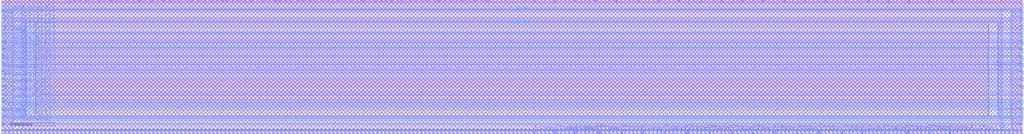
<source format=lef>
##
## LEF for PtnCells ;
## created by Innovus v15.20-p005_1 on Tue Apr 20 13:55:46 2021
##

VERSION 5.7 ;

BUSBITCHARS "[]" ;
DIVIDERCHAR "/" ;

MACRO S_term_single
  CLASS BLOCK ;
  SIZE 230.4600 BY 30.2600 ;
  FOREIGN S_term_single 0.0000 0.0000 ;
  ORIGIN 0 0 ;
  SYMMETRY X Y R90 ;
  PIN N1BEG[3]
    DIRECTION OUTPUT ;
    USE SIGNAL ;
    ANTENNAPARTIALMETALAREA 0.27625 LAYER li1  ;
    ANTENNAPARTIALMETALSIDEAREA 0.325 LAYER li1  ;
    ANTENNAPARTIALCUTAREA 0.0289 LAYER mcon  ;
    ANTENNAPARTIALMETALAREA 6.306 LAYER met1  ;
    ANTENNAPARTIALMETALSIDEAREA 31.493 LAYER met1  ;
    PORT
      LAYER li1 ;
        RECT 19.0050 29.9300 19.1750 30.2600 ;
    END
  END N1BEG[3]
  PIN N1BEG[2]
    DIRECTION OUTPUT ;
    USE SIGNAL ;
    ANTENNAPARTIALMETALAREA 0.39185 LAYER li1  ;
    ANTENNAPARTIALMETALSIDEAREA 0.461 LAYER li1  ;
    ANTENNAPARTIALCUTAREA 0.0289 LAYER mcon  ;
    ANTENNAPARTIALMETALAREA 6.6924 LAYER met1  ;
    ANTENNAPARTIALMETALSIDEAREA 33.425 LAYER met1  ;
    PORT
      LAYER li1 ;
        RECT 17.6250 29.9300 17.7950 30.2600 ;
    END
  END N1BEG[2]
  PIN N1BEG[1]
    DIRECTION OUTPUT ;
    USE SIGNAL ;
    ANTENNAPARTIALMETALAREA 0.16065 LAYER li1  ;
    ANTENNAPARTIALMETALSIDEAREA 0.189 LAYER li1  ;
    ANTENNAPARTIALCUTAREA 0.0289 LAYER mcon  ;
    ANTENNAPARTIALMETALAREA 7.1264 LAYER met1  ;
    ANTENNAPARTIALMETALSIDEAREA 35.595 LAYER met1  ;
    PORT
      LAYER li1 ;
        RECT 16.2450 29.9300 16.4150 30.2600 ;
    END
  END N1BEG[1]
  PIN N1BEG[0]
    DIRECTION OUTPUT ;
    USE SIGNAL ;
    ANTENNAPARTIALMETALAREA 1.20105 LAYER li1  ;
    ANTENNAPARTIALMETALSIDEAREA 1.413 LAYER li1  ;
    ANTENNAPARTIALCUTAREA 0.0289 LAYER mcon  ;
    ANTENNAPARTIALMETALAREA 7.482 LAYER met1  ;
    ANTENNAPARTIALMETALSIDEAREA 37.373 LAYER met1  ;
    PORT
      LAYER li1 ;
        RECT 15.3250 29.9300 15.4950 30.2600 ;
    END
  END N1BEG[0]
  PIN N2BEG[7]
    DIRECTION OUTPUT ;
    USE SIGNAL ;
    ANTENNAPARTIALMETALAREA 0.79645 LAYER li1  ;
    ANTENNAPARTIALMETALSIDEAREA 0.937 LAYER li1  ;
    ANTENNAPARTIALCUTAREA 0.0289 LAYER mcon  ;
    ANTENNAPARTIALMETALAREA 7.174 LAYER met1  ;
    ANTENNAPARTIALMETALSIDEAREA 35.833 LAYER met1  ;
    PORT
      LAYER li1 ;
        RECT 29.5850 29.9300 29.7550 30.2600 ;
    END
  END N2BEG[7]
  PIN N2BEG[6]
    DIRECTION OUTPUT ;
    USE SIGNAL ;
    ANTENNAPARTIALMETALAREA 1.20105 LAYER li1  ;
    ANTENNAPARTIALMETALSIDEAREA 1.413 LAYER li1  ;
    ANTENNAPARTIALCUTAREA 0.0289 LAYER mcon  ;
    ANTENNAPARTIALMETALAREA 7.3532 LAYER met1  ;
    ANTENNAPARTIALMETALSIDEAREA 36.729 LAYER met1  ;
    PORT
      LAYER li1 ;
        RECT 28.2050 29.9300 28.3750 30.2600 ;
    END
  END N2BEG[6]
  PIN N2BEG[5]
    DIRECTION OUTPUT ;
    USE SIGNAL ;
    ANTENNAPARTIALMETALAREA 0.96985 LAYER li1  ;
    ANTENNAPARTIALMETALSIDEAREA 1.141 LAYER li1  ;
    ANTENNAPARTIALCUTAREA 0.0289 LAYER mcon  ;
    ANTENNAPARTIALMETALAREA 6.0796 LAYER met1  ;
    ANTENNAPARTIALMETALSIDEAREA 30.3205 LAYER met1  ;
    ANTENNAPARTIALCUTAREA 0.0225 LAYER via  ;
    ANTENNAPARTIALMETALAREA 0.9784 LAYER met2  ;
    ANTENNAPARTIALMETALSIDEAREA 4.774 LAYER met2  ;
    PORT
      LAYER li1 ;
        RECT 26.8250 29.9300 26.9950 30.2600 ;
    END
  END N2BEG[5]
  PIN N2BEG[4]
    DIRECTION OUTPUT ;
    USE SIGNAL ;
    ANTENNAPARTIALMETALAREA 2.35705 LAYER li1  ;
    ANTENNAPARTIALMETALSIDEAREA 2.773 LAYER li1  ;
    ANTENNAPARTIALCUTAREA 0.0289 LAYER mcon  ;
    ANTENNAPARTIALMETALAREA 8.1736 LAYER met1  ;
    ANTENNAPARTIALMETALSIDEAREA 40.831 LAYER met1  ;
    PORT
      LAYER li1 ;
        RECT 25.9050 29.9300 26.0750 30.2600 ;
    END
  END N2BEG[4]
  PIN N2BEG[3]
    DIRECTION OUTPUT ;
    USE SIGNAL ;
    ANTENNAPARTIALMETALAREA 0.96985 LAYER li1  ;
    ANTENNAPARTIALMETALSIDEAREA 1.141 LAYER li1  ;
    ANTENNAPARTIALCUTAREA 0.0289 LAYER mcon  ;
    ANTENNAPARTIALMETALAREA 0.0832 LAYER met1  ;
    ANTENNAPARTIALMETALSIDEAREA 0.406 LAYER met1  ;
    ANTENNAPARTIALCUTAREA 0.0225 LAYER via  ;
    ANTENNAPARTIALMETALAREA 0.7251 LAYER met2  ;
    ANTENNAPARTIALMETALSIDEAREA 3.4545 LAYER met2  ;
    ANTENNAPARTIALCUTAREA 0.04 LAYER via2  ;
    ANTENNAPARTIALMETALAREA 13.1808 LAYER met3  ;
    ANTENNAPARTIALMETALSIDEAREA 70.768 LAYER met3  ;
    PORT
      LAYER li1 ;
        RECT 24.5250 29.9300 24.6950 30.2600 ;
    END
  END N2BEG[3]
  PIN N2BEG[2]
    DIRECTION OUTPUT ;
    USE SIGNAL ;
    ANTENNAPARTIALMETALAREA 1.72125 LAYER li1  ;
    ANTENNAPARTIALMETALSIDEAREA 2.025 LAYER li1  ;
    ANTENNAPARTIALCUTAREA 0.0289 LAYER mcon  ;
    ANTENNAPARTIALMETALAREA 8.8988 LAYER met1  ;
    ANTENNAPARTIALMETALSIDEAREA 44.457 LAYER met1  ;
    PORT
      LAYER li1 ;
        RECT 23.1450 29.9300 23.3150 30.2600 ;
    END
  END N2BEG[2]
  PIN N2BEG[1]
    DIRECTION OUTPUT ;
    USE SIGNAL ;
    ANTENNAPARTIALMETALAREA 1.43225 LAYER li1  ;
    ANTENNAPARTIALMETALSIDEAREA 1.685 LAYER li1  ;
    ANTENNAPARTIALCUTAREA 0.0289 LAYER mcon  ;
    ANTENNAPARTIALMETALAREA 9.1564 LAYER met1  ;
    ANTENNAPARTIALMETALSIDEAREA 45.745 LAYER met1  ;
    PORT
      LAYER li1 ;
        RECT 21.7650 29.9300 21.9350 30.2600 ;
    END
  END N2BEG[1]
  PIN N2BEG[0]
    DIRECTION OUTPUT ;
    USE SIGNAL ;
    ANTENNAPARTIALMETALAREA 0.68085 LAYER li1  ;
    ANTENNAPARTIALMETALSIDEAREA 0.801 LAYER li1  ;
    ANTENNAPARTIALCUTAREA 0.0289 LAYER mcon  ;
    ANTENNAPARTIALMETALAREA 2.714 LAYER met1  ;
    ANTENNAPARTIALMETALSIDEAREA 13.4925 LAYER met1  ;
    ANTENNAPARTIALCUTAREA 0.0225 LAYER via  ;
    ANTENNAPARTIALMETALAREA 1.1339 LAYER met2  ;
    ANTENNAPARTIALMETALSIDEAREA 5.4985 LAYER met2  ;
    ANTENNAPARTIALCUTAREA 0.04 LAYER via2  ;
    ANTENNAPARTIALMETALAREA 15.0198 LAYER met3  ;
    ANTENNAPARTIALMETALSIDEAREA 80.576 LAYER met3  ;
    PORT
      LAYER li1 ;
        RECT 20.3850 29.9300 20.5550 30.2600 ;
    END
  END N2BEG[0]
  PIN N2BEGb[7]
    DIRECTION OUTPUT ;
    USE SIGNAL ;
    ANTENNAPARTIALCUTAREA 0.0289 LAYER mcon  ;
    ANTENNAPARTIALMETALAREA 4.1164 LAYER met1  ;
    ANTENNAPARTIALMETALSIDEAREA 20.545 LAYER met1  ;
    PORT
      LAYER li1 ;
        RECT 40.1650 29.9300 40.3350 30.2600 ;
    END
  END N2BEGb[7]
  PIN N2BEGb[6]
    DIRECTION OUTPUT ;
    USE SIGNAL ;
    ANTENNAPARTIALMETALAREA 0.68085 LAYER li1  ;
    ANTENNAPARTIALMETALSIDEAREA 0.801 LAYER li1  ;
    ANTENNAPARTIALCUTAREA 0.0289 LAYER mcon  ;
    ANTENNAPARTIALMETALAREA 1.9104 LAYER met1  ;
    ANTENNAPARTIALMETALSIDEAREA 9.4745 LAYER met1  ;
    ANTENNAPARTIALCUTAREA 0.0225 LAYER via  ;
    ANTENNAPARTIALMETALAREA 1.5718 LAYER met2  ;
    ANTENNAPARTIALMETALSIDEAREA 7.623 LAYER met2  ;
    PORT
      LAYER li1 ;
        RECT 38.7850 29.9300 38.9550 30.2600 ;
    END
  END N2BEGb[6]
  PIN N2BEGb[5]
    DIRECTION OUTPUT ;
    USE SIGNAL ;
    ANTENNAPARTIALMETALAREA 1.95245 LAYER li1  ;
    ANTENNAPARTIALMETALSIDEAREA 2.297 LAYER li1  ;
    ANTENNAPARTIALCUTAREA 0.0289 LAYER mcon  ;
    ANTENNAPARTIALMETALAREA 4.7772 LAYER met1  ;
    ANTENNAPARTIALMETALSIDEAREA 23.849 LAYER met1  ;
    PORT
      LAYER li1 ;
        RECT 37.8650 29.9300 38.0350 30.2600 ;
    END
  END N2BEGb[5]
  PIN N2BEGb[4]
    DIRECTION OUTPUT ;
    USE SIGNAL ;
    ANTENNAPARTIALMETALAREA 0.50745 LAYER li1  ;
    ANTENNAPARTIALMETALSIDEAREA 0.597 LAYER li1  ;
    ANTENNAPARTIALCUTAREA 0.0289 LAYER mcon  ;
    ANTENNAPARTIALMETALAREA 5.1636 LAYER met1  ;
    ANTENNAPARTIALMETALSIDEAREA 25.781 LAYER met1  ;
    PORT
      LAYER li1 ;
        RECT 36.4850 29.9300 36.6550 30.2600 ;
    END
  END N2BEGb[4]
  PIN N2BEGb[3]
    DIRECTION OUTPUT ;
    USE SIGNAL ;
    ANTENNAPARTIALCUTAREA 0.0289 LAYER mcon  ;
    ANTENNAPARTIALMETALAREA 2.8596 LAYER met1  ;
    ANTENNAPARTIALMETALSIDEAREA 14.2205 LAYER met1  ;
    ANTENNAPARTIALCUTAREA 0.0225 LAYER via  ;
    ANTENNAPARTIALMETALAREA 0.2644 LAYER met2  ;
    ANTENNAPARTIALMETALSIDEAREA 1.204 LAYER met2  ;
    PORT
      LAYER li1 ;
        RECT 35.1050 29.9300 35.2750 30.2600 ;
    END
  END N2BEGb[3]
  PIN N2BEGb[2]
    DIRECTION OUTPUT ;
    USE SIGNAL ;
    ANTENNAPARTIALMETALAREA 0.33405 LAYER li1  ;
    ANTENNAPARTIALMETALSIDEAREA 0.393 LAYER li1  ;
    ANTENNAPARTIALCUTAREA 0.0289 LAYER mcon  ;
    ANTENNAPARTIALMETALAREA 5.8244 LAYER met1  ;
    ANTENNAPARTIALMETALSIDEAREA 29.085 LAYER met1  ;
    PORT
      LAYER li1 ;
        RECT 33.7250 29.9300 33.8950 30.2600 ;
    END
  END N2BEGb[2]
  PIN N2BEGb[1]
    DIRECTION OUTPUT ;
    USE SIGNAL ;
    ANTENNAPARTIALMETALAREA 0.10285 LAYER li1  ;
    ANTENNAPARTIALMETALSIDEAREA 0.121 LAYER li1  ;
    ANTENNAPARTIALCUTAREA 0.0289 LAYER mcon  ;
    ANTENNAPARTIALMETALAREA 3.1816 LAYER met1  ;
    ANTENNAPARTIALMETALSIDEAREA 15.8305 LAYER met1  ;
    ANTENNAPARTIALCUTAREA 0.0225 LAYER via  ;
    ANTENNAPARTIALMETALAREA 0.6452 LAYER met2  ;
    ANTENNAPARTIALMETALSIDEAREA 3.108 LAYER met2  ;
    PORT
      LAYER li1 ;
        RECT 32.3450 29.9300 32.5150 30.2600 ;
    END
  END N2BEGb[1]
  PIN N2BEGb[0]
    DIRECTION OUTPUT ;
    USE SIGNAL ;
    ANTENNAPARTIALCUTAREA 0.0289 LAYER mcon  ;
    ANTENNAPARTIALMETALAREA 0.6224 LAYER met1  ;
    ANTENNAPARTIALMETALSIDEAREA 3.0345 LAYER met1  ;
    ANTENNAPARTIALCUTAREA 0.0225 LAYER via  ;
    ANTENNAPARTIALMETALAREA 0.2533 LAYER met2  ;
    ANTENNAPARTIALMETALSIDEAREA 1.0955 LAYER met2  ;
    ANTENNAPARTIALCUTAREA 0.04 LAYER via2  ;
    ANTENNAPARTIALMETALAREA 9.3168 LAYER met3  ;
    ANTENNAPARTIALMETALSIDEAREA 50.16 LAYER met3  ;
    PORT
      LAYER li1 ;
        RECT 30.9650 29.9300 31.1350 30.2600 ;
    END
  END N2BEGb[0]
  PIN N4BEG[15]
    DIRECTION OUTPUT ;
    USE SIGNAL ;
    ANTENNAPARTIALMETALAREA 0.10285 LAYER li1  ;
    ANTENNAPARTIALMETALSIDEAREA 0.121 LAYER li1  ;
    ANTENNAPARTIALCUTAREA 0.0289 LAYER mcon  ;
    ANTENNAPARTIALMETALAREA 0.558 LAYER met1  ;
    ANTENNAPARTIALMETALSIDEAREA 2.7125 LAYER met1  ;
    ANTENNAPARTIALCUTAREA 0.0225 LAYER via  ;
    ANTENNAPARTIALMETALAREA 0.2435 LAYER met2  ;
    ANTENNAPARTIALMETALSIDEAREA 1.0465 LAYER met2  ;
    ANTENNAPARTIALCUTAREA 0.04 LAYER via2  ;
    ANTENNAPARTIALMETALAREA 5.4078 LAYER met3  ;
    ANTENNAPARTIALMETALSIDEAREA 29.312 LAYER met3  ;
    PORT
      LAYER li1 ;
        RECT 61.7850 29.9300 61.9550 30.2600 ;
    END
  END N4BEG[15]
  PIN N4BEG[14]
    DIRECTION OUTPUT ;
    USE SIGNAL ;
    ANTENNAPARTIALMETALAREA 1.53425 LAYER li1  ;
    ANTENNAPARTIALMETALSIDEAREA 1.805 LAYER li1  ;
    ANTENNAPARTIALCUTAREA 0.0289 LAYER mcon  ;
    ANTENNAPARTIALMETALAREA 4.1976 LAYER met1  ;
    ANTENNAPARTIALMETALSIDEAREA 20.951 LAYER met1  ;
    PORT
      LAYER li1 ;
        RECT 60.4050 29.9300 60.5750 30.2600 ;
    END
  END N4BEG[14]
  PIN N4BEG[13]
    DIRECTION OUTPUT ;
    USE SIGNAL ;
    ANTENNAPARTIALMETALAREA 1.76545 LAYER li1  ;
    ANTENNAPARTIALMETALSIDEAREA 2.077 LAYER li1  ;
    ANTENNAPARTIALCUTAREA 0.0289 LAYER mcon  ;
    ANTENNAPARTIALMETALAREA 4.5028 LAYER met1  ;
    ANTENNAPARTIALMETALSIDEAREA 22.477 LAYER met1  ;
    PORT
      LAYER li1 ;
        RECT 59.0250 29.9300 59.1950 30.2600 ;
    END
  END N4BEG[13]
  PIN N4BEG[12]
    DIRECTION OUTPUT ;
    USE SIGNAL ;
    ANTENNAPARTIALMETALAREA 0.91205 LAYER li1  ;
    ANTENNAPARTIALMETALSIDEAREA 1.073 LAYER li1  ;
    ANTENNAPARTIALCUTAREA 0.0289 LAYER mcon  ;
    ANTENNAPARTIALMETALAREA 5.116 LAYER met1  ;
    ANTENNAPARTIALMETALSIDEAREA 25.543 LAYER met1  ;
    PORT
      LAYER li1 ;
        RECT 57.6450 29.9300 57.8150 30.2600 ;
    END
  END N4BEG[12]
  PIN N4BEG[11]
    DIRECTION OUTPUT ;
    USE SIGNAL ;
    ANTENNAPARTIALCUTAREA 0.0289 LAYER mcon  ;
    ANTENNAPARTIALMETALAREA 1.4596 LAYER met1  ;
    ANTENNAPARTIALMETALSIDEAREA 7.2205 LAYER met1  ;
    ANTENNAPARTIALCUTAREA 0.0225 LAYER via  ;
    ANTENNAPARTIALMETALAREA 0.2644 LAYER met2  ;
    ANTENNAPARTIALMETALSIDEAREA 1.204 LAYER met2  ;
    PORT
      LAYER li1 ;
        RECT 56.2650 29.9300 56.4350 30.2600 ;
    END
  END N4BEG[11]
  PIN N4BEG[10]
    DIRECTION OUTPUT ;
    USE SIGNAL ;
    ANTENNAPARTIALMETALAREA 0.56525 LAYER li1  ;
    ANTENNAPARTIALMETALSIDEAREA 0.665 LAYER li1  ;
    ANTENNAPARTIALCUTAREA 0.0289 LAYER mcon  ;
    ANTENNAPARTIALMETALAREA 5.5826 LAYER met1  ;
    ANTENNAPARTIALMETALSIDEAREA 27.839 LAYER met1  ;
    PORT
      LAYER li1 ;
        RECT 54.8850 29.9300 55.0550 30.2600 ;
    END
  END N4BEG[10]
  PIN N4BEG[9]
    DIRECTION OUTPUT ;
    USE SIGNAL ;
    ANTENNAPARTIALMETALAREA 0.68085 LAYER li1  ;
    ANTENNAPARTIALMETALSIDEAREA 0.801 LAYER li1  ;
    ANTENNAPARTIALCUTAREA 0.0289 LAYER mcon  ;
    ANTENNAPARTIALMETALAREA 1.7004 LAYER met1  ;
    ANTENNAPARTIALMETALSIDEAREA 8.4245 LAYER met1  ;
    ANTENNAPARTIALCUTAREA 0.0225 LAYER via  ;
    ANTENNAPARTIALMETALAREA 0.3596 LAYER met2  ;
    ANTENNAPARTIALMETALSIDEAREA 1.68 LAYER met2  ;
    PORT
      LAYER li1 ;
        RECT 53.5050 29.9300 53.6750 30.2600 ;
    END
  END N4BEG[9]
  PIN N4BEG[8]
    DIRECTION OUTPUT ;
    USE SIGNAL ;
    ANTENNAPARTIALMETALAREA 2.81945 LAYER li1  ;
    ANTENNAPARTIALMETALSIDEAREA 3.317 LAYER li1  ;
    ANTENNAPARTIALCUTAREA 0.0289 LAYER mcon  ;
    ANTENNAPARTIALMETALAREA 4.534 LAYER met1  ;
    ANTENNAPARTIALMETALSIDEAREA 22.5925 LAYER met1  ;
    ANTENNAPARTIALCUTAREA 0.0225 LAYER via  ;
    ANTENNAPARTIALMETALAREA 2.0256 LAYER met2  ;
    ANTENNAPARTIALMETALSIDEAREA 10.01 LAYER met2  ;
    PORT
      LAYER li1 ;
        RECT 52.1250 29.9300 52.2950 30.2600 ;
    END
  END N4BEG[8]
  PIN N4BEG[7]
    DIRECTION OUTPUT ;
    USE SIGNAL ;
    ANTENNAPARTIALMETALAREA 1.49005 LAYER li1  ;
    ANTENNAPARTIALMETALSIDEAREA 1.753 LAYER li1  ;
    ANTENNAPARTIALCUTAREA 0.0289 LAYER mcon  ;
    ANTENNAPARTIALMETALAREA 0.0832 LAYER met1  ;
    ANTENNAPARTIALMETALSIDEAREA 0.406 LAYER met1  ;
    ANTENNAPARTIALCUTAREA 0.0225 LAYER via  ;
    ANTENNAPARTIALMETALAREA 0.2113 LAYER met2  ;
    ANTENNAPARTIALMETALSIDEAREA 0.8855 LAYER met2  ;
    ANTENNAPARTIALCUTAREA 0.04 LAYER via2  ;
    ANTENNAPARTIALMETALAREA 14.0088 LAYER met3  ;
    ANTENNAPARTIALMETALSIDEAREA 75.184 LAYER met3  ;
    PORT
      LAYER li1 ;
        RECT 50.7450 29.9300 50.9150 30.2600 ;
    END
  END N4BEG[7]
  PIN N4BEG[6]
    DIRECTION OUTPUT ;
    USE SIGNAL ;
    ANTENNAPARTIALMETALAREA 1.14325 LAYER li1  ;
    ANTENNAPARTIALMETALSIDEAREA 1.345 LAYER li1  ;
    ANTENNAPARTIALCUTAREA 0.0289 LAYER mcon  ;
    ANTENNAPARTIALMETALAREA 0.0832 LAYER met1  ;
    ANTENNAPARTIALMETALSIDEAREA 0.406 LAYER met1  ;
    ANTENNAPARTIALCUTAREA 0.0225 LAYER via  ;
    ANTENNAPARTIALMETALAREA 0.3261 LAYER met2  ;
    ANTENNAPARTIALMETALSIDEAREA 1.4595 LAYER met2  ;
    ANTENNAPARTIALCUTAREA 0.04 LAYER via2  ;
    ANTENNAPARTIALMETALAREA 14.1948 LAYER met3  ;
    ANTENNAPARTIALMETALSIDEAREA 76.176 LAYER met3  ;
    PORT
      LAYER li1 ;
        RECT 49.8250 29.9300 49.9950 30.2600 ;
    END
  END N4BEG[6]
  PIN N4BEG[5]
    DIRECTION OUTPUT ;
    USE SIGNAL ;
    ANTENNAPARTIALMETALAREA 0.50745 LAYER li1  ;
    ANTENNAPARTIALMETALSIDEAREA 0.597 LAYER li1  ;
    ANTENNAPARTIALCUTAREA 0.0289 LAYER mcon  ;
    ANTENNAPARTIALMETALAREA 2.5544 LAYER met1  ;
    ANTENNAPARTIALMETALSIDEAREA 12.6945 LAYER met1  ;
    ANTENNAPARTIALCUTAREA 0.0225 LAYER via  ;
    ANTENNAPARTIALMETALAREA 3.592 LAYER met2  ;
    ANTENNAPARTIALMETALSIDEAREA 17.724 LAYER met2  ;
    PORT
      LAYER li1 ;
        RECT 48.4450 29.9300 48.6150 30.2600 ;
    END
  END N4BEG[5]
  PIN N4BEG[4]
    DIRECTION OUTPUT ;
    USE SIGNAL ;
    ANTENNAPARTIALMETALAREA 1.89465 LAYER li1  ;
    ANTENNAPARTIALMETALSIDEAREA 2.229 LAYER li1  ;
    ANTENNAPARTIALCUTAREA 0.0289 LAYER mcon  ;
    ANTENNAPARTIALMETALAREA 4.6628 LAYER met1  ;
    ANTENNAPARTIALMETALSIDEAREA 23.2365 LAYER met1  ;
    ANTENNAPARTIALCUTAREA 0.0225 LAYER via  ;
    ANTENNAPARTIALMETALAREA 1.1212 LAYER met2  ;
    ANTENNAPARTIALMETALSIDEAREA 5.488 LAYER met2  ;
    PORT
      LAYER li1 ;
        RECT 47.0650 29.9300 47.2350 30.2600 ;
    END
  END N4BEG[4]
  PIN N4BEG[3]
    DIRECTION OUTPUT ;
    USE SIGNAL ;
    ANTENNAPARTIALMETALAREA 2.41485 LAYER li1  ;
    ANTENNAPARTIALMETALSIDEAREA 2.841 LAYER li1  ;
    ANTENNAPARTIALCUTAREA 0.0289 LAYER mcon  ;
    ANTENNAPARTIALMETALAREA 0.0832 LAYER met1  ;
    ANTENNAPARTIALMETALSIDEAREA 0.406 LAYER met1  ;
    ANTENNAPARTIALCUTAREA 0.0225 LAYER via  ;
    ANTENNAPARTIALMETALAREA 0.1075 LAYER met2  ;
    ANTENNAPARTIALMETALSIDEAREA 0.4655 LAYER met2  ;
    ANTENNAPARTIALCUTAREA 0.04 LAYER via2  ;
    ANTENNAPARTIALMETALAREA 14.3328 LAYER met3  ;
    ANTENNAPARTIALMETALSIDEAREA 76.912 LAYER met3  ;
    PORT
      LAYER li1 ;
        RECT 45.6850 29.9300 45.8550 30.2600 ;
    END
  END N4BEG[3]
  PIN N4BEG[2]
    DIRECTION OUTPUT ;
    USE SIGNAL ;
    ANTENNAPARTIALMETALAREA 0.62305 LAYER li1  ;
    ANTENNAPARTIALMETALSIDEAREA 0.733 LAYER li1  ;
    ANTENNAPARTIALCUTAREA 0.0289 LAYER mcon  ;
    ANTENNAPARTIALMETALAREA 2.1512 LAYER met1  ;
    ANTENNAPARTIALMETALSIDEAREA 10.6785 LAYER met1  ;
    ANTENNAPARTIALCUTAREA 0.0225 LAYER via  ;
    ANTENNAPARTIALMETALAREA 1.4571 LAYER met2  ;
    ANTENNAPARTIALMETALSIDEAREA 6.9965 LAYER met2  ;
    ANTENNAPARTIALCUTAREA 0.04 LAYER via2  ;
    ANTENNAPARTIALMETALAREA 12.5388 LAYER met3  ;
    ANTENNAPARTIALMETALSIDEAREA 67.344 LAYER met3  ;
    PORT
      LAYER li1 ;
        RECT 44.3050 29.9300 44.4750 30.2600 ;
    END
  END N4BEG[2]
  PIN N4BEG[1]
    DIRECTION OUTPUT ;
    USE SIGNAL ;
    ANTENNAPARTIALMETALAREA 1.04805 LAYER li1  ;
    ANTENNAPARTIALMETALSIDEAREA 1.233 LAYER li1  ;
    ANTENNAPARTIALCUTAREA 0.0289 LAYER mcon  ;
    ANTENNAPARTIALMETALAREA 9.204 LAYER met1  ;
    ANTENNAPARTIALMETALSIDEAREA 45.983 LAYER met1  ;
    PORT
      LAYER li1 ;
        RECT 42.9250 29.9300 43.0950 30.2600 ;
    END
  END N4BEG[1]
  PIN N4BEG[0]
    DIRECTION OUTPUT ;
    USE SIGNAL ;
    ANTENNAPARTIALMETALAREA 0.21845 LAYER li1  ;
    ANTENNAPARTIALMETALSIDEAREA 0.257 LAYER li1  ;
    ANTENNAPARTIALCUTAREA 0.0289 LAYER mcon  ;
    ANTENNAPARTIALMETALAREA 0.3004 LAYER met1  ;
    ANTENNAPARTIALMETALSIDEAREA 1.4245 LAYER met1  ;
    ANTENNAPARTIALCUTAREA 0.0225 LAYER via  ;
    ANTENNAPARTIALMETALAREA 0.2995 LAYER met2  ;
    ANTENNAPARTIALMETALSIDEAREA 1.3265 LAYER met2  ;
    ANTENNAPARTIALCUTAREA 0.04 LAYER via2  ;
    ANTENNAPARTIALMETALAREA 17.9118 LAYER met3  ;
    ANTENNAPARTIALMETALSIDEAREA 96 LAYER met3  ;
    PORT
      LAYER li1 ;
        RECT 41.5450 29.9300 41.7150 30.2600 ;
    END
  END N4BEG[0]
  PIN Co
    DIRECTION OUTPUT ;
    USE SIGNAL ;
    ANTENNADIFFAREA 1.782 LAYER met2  ;
    ANTENNAPARTIALMETALAREA 1.0163 LAYER met2  ;
    ANTENNAPARTIALMETALSIDEAREA 4.9735 LAYER met2  ;
    PORT
      LAYER met2 ;
        RECT 167.1400 29.7750 167.2800 30.2600 ;
    END
  END Co
  PIN S1END[3]
    DIRECTION INPUT ;
    USE SIGNAL ;
    ANTENNAPARTIALMETALAREA 1.57165 LAYER li1  ;
    ANTENNAPARTIALMETALSIDEAREA 1.849 LAYER li1  ;
    ANTENNAPARTIALCUTAREA 0.0289 LAYER mcon  ;
    ANTENNAPARTIALMETALAREA 7.482 LAYER met1  ;
    ANTENNAPARTIALMETALSIDEAREA 37.373 LAYER met1  ;
    PORT
      LAYER li1 ;
        RECT 66.8450 29.9300 67.0150 30.2600 ;
    END
  END S1END[3]
  PIN S1END[2]
    DIRECTION INPUT ;
    USE SIGNAL ;
    ANTENNAPARTIALMETALAREA 0.16065 LAYER li1  ;
    ANTENNAPARTIALMETALSIDEAREA 0.189 LAYER li1  ;
    ANTENNAPARTIALCUTAREA 0.0289 LAYER mcon  ;
    ANTENNAPARTIALMETALAREA 7.1264 LAYER met1  ;
    ANTENNAPARTIALMETALSIDEAREA 35.595 LAYER met1  ;
    PORT
      LAYER li1 ;
        RECT 65.4650 29.9300 65.6350 30.2600 ;
    END
  END S1END[2]
  PIN S1END[1]
    DIRECTION INPUT ;
    USE SIGNAL ;
    ANTENNAPARTIALMETALAREA 0.39185 LAYER li1  ;
    ANTENNAPARTIALMETALSIDEAREA 0.461 LAYER li1  ;
    ANTENNAPARTIALCUTAREA 0.0289 LAYER mcon  ;
    ANTENNAPARTIALMETALAREA 6.6924 LAYER met1  ;
    ANTENNAPARTIALMETALSIDEAREA 33.425 LAYER met1  ;
    PORT
      LAYER li1 ;
        RECT 64.0850 29.9300 64.2550 30.2600 ;
    END
  END S1END[1]
  PIN S1END[0]
    DIRECTION INPUT ;
    USE SIGNAL ;
    ANTENNAPARTIALMETALAREA 0.27625 LAYER li1  ;
    ANTENNAPARTIALMETALSIDEAREA 0.325 LAYER li1  ;
    ANTENNAPARTIALCUTAREA 0.0289 LAYER mcon  ;
    ANTENNAPARTIALMETALAREA 6.306 LAYER met1  ;
    ANTENNAPARTIALMETALSIDEAREA 31.493 LAYER met1  ;
    PORT
      LAYER li1 ;
        RECT 62.7050 29.9300 62.8750 30.2600 ;
    END
  END S1END[0]
  PIN S2MID[7]
    DIRECTION INPUT ;
    USE SIGNAL ;
    ANTENNAPARTIALMETALAREA 0.10285 LAYER li1  ;
    ANTENNAPARTIALMETALSIDEAREA 0.121 LAYER li1  ;
    ANTENNAPARTIALCUTAREA 0.0289 LAYER mcon  ;
    ANTENNAPARTIALMETALAREA 0.3648 LAYER met1  ;
    ANTENNAPARTIALMETALSIDEAREA 1.7465 LAYER met1  ;
    ANTENNAPARTIALCUTAREA 0.0225 LAYER via  ;
    ANTENNAPARTIALMETALAREA 1.5245 LAYER met2  ;
    ANTENNAPARTIALMETALSIDEAREA 7.4515 LAYER met2  ;
    ANTENNAPARTIALCUTAREA 0.04 LAYER via2  ;
    ANTENNAPARTIALMETALAREA 15.0198 LAYER met3  ;
    ANTENNAPARTIALMETALSIDEAREA 80.576 LAYER met3  ;
    PORT
      LAYER li1 ;
        RECT 88.0050 29.9300 88.1750 30.2600 ;
    END
  END S2MID[7]
  PIN S2MID[6]
    DIRECTION INPUT ;
    USE SIGNAL ;
    ANTENNAPARTIALMETALAREA 1.66685 LAYER li1  ;
    ANTENNAPARTIALMETALSIDEAREA 1.961 LAYER li1  ;
    ANTENNAPARTIALCUTAREA 0.0289 LAYER mcon  ;
    ANTENNAPARTIALMETALAREA 9.1564 LAYER met1  ;
    ANTENNAPARTIALMETALSIDEAREA 45.745 LAYER met1  ;
    PORT
      LAYER li1 ;
        RECT 86.6250 29.9300 86.7950 30.2600 ;
    END
  END S2MID[6]
  PIN S2MID[5]
    DIRECTION INPUT ;
    USE SIGNAL ;
    ANTENNAPARTIALMETALAREA 1.87765 LAYER li1  ;
    ANTENNAPARTIALMETALSIDEAREA 2.209 LAYER li1  ;
    ANTENNAPARTIALCUTAREA 0.0289 LAYER mcon  ;
    ANTENNAPARTIALMETALAREA 8.8988 LAYER met1  ;
    ANTENNAPARTIALMETALSIDEAREA 44.457 LAYER met1  ;
    PORT
      LAYER li1 ;
        RECT 85.7050 29.9300 85.8750 30.2600 ;
    END
  END S2MID[5]
  PIN S2MID[4]
    DIRECTION INPUT ;
    USE SIGNAL ;
    ANTENNAPARTIALMETALAREA 0.56525 LAYER li1  ;
    ANTENNAPARTIALMETALSIDEAREA 0.665 LAYER li1  ;
    ANTENNAPARTIALCUTAREA 0.0289 LAYER mcon  ;
    ANTENNAPARTIALMETALAREA 2.602 LAYER met1  ;
    ANTENNAPARTIALMETALSIDEAREA 12.9325 LAYER met1  ;
    ANTENNAPARTIALCUTAREA 0.0225 LAYER via  ;
    ANTENNAPARTIALMETALAREA 1.1871 LAYER met2  ;
    ANTENNAPARTIALMETALSIDEAREA 5.7645 LAYER met2  ;
    ANTENNAPARTIALCUTAREA 0.04 LAYER via2  ;
    ANTENNAPARTIALMETALAREA 13.1808 LAYER met3  ;
    ANTENNAPARTIALMETALSIDEAREA 70.768 LAYER met3  ;
    PORT
      LAYER li1 ;
        RECT 84.3250 29.9300 84.4950 30.2600 ;
    END
  END S2MID[4]
  PIN S2MID[3]
    DIRECTION INPUT ;
    USE SIGNAL ;
    ANTENNAPARTIALMETALAREA 2.35705 LAYER li1  ;
    ANTENNAPARTIALMETALSIDEAREA 2.773 LAYER li1  ;
    ANTENNAPARTIALCUTAREA 0.0289 LAYER mcon  ;
    ANTENNAPARTIALMETALAREA 8.1736 LAYER met1  ;
    ANTENNAPARTIALMETALSIDEAREA 40.831 LAYER met1  ;
    PORT
      LAYER li1 ;
        RECT 82.9450 29.9300 83.1150 30.2600 ;
    END
  END S2MID[3]
  PIN S2MID[2]
    DIRECTION INPUT ;
    USE SIGNAL ;
    ANTENNAPARTIALCUTAREA 0.0289 LAYER mcon  ;
    ANTENNAPARTIALMETALAREA 1.846 LAYER met1  ;
    ANTENNAPARTIALMETALSIDEAREA 9.1525 LAYER met1  ;
    ANTENNAPARTIALCUTAREA 0.0225 LAYER via  ;
    ANTENNAPARTIALMETALAREA 0.9784 LAYER met2  ;
    ANTENNAPARTIALMETALSIDEAREA 4.774 LAYER met2  ;
    PORT
      LAYER li1 ;
        RECT 81.5650 29.9300 81.7350 30.2600 ;
    END
  END S2MID[2]
  PIN S2MID[1]
    DIRECTION INPUT ;
    USE SIGNAL ;
    ANTENNAPARTIALMETALAREA 1.27925 LAYER li1  ;
    ANTENNAPARTIALMETALSIDEAREA 1.505 LAYER li1  ;
    ANTENNAPARTIALCUTAREA 0.0289 LAYER mcon  ;
    ANTENNAPARTIALMETALAREA 7.3532 LAYER met1  ;
    ANTENNAPARTIALMETALSIDEAREA 36.729 LAYER met1  ;
    PORT
      LAYER li1 ;
        RECT 80.1850 29.9300 80.3550 30.2600 ;
    END
  END S2MID[1]
  PIN S2MID[0]
    DIRECTION INPUT ;
    USE SIGNAL ;
    ANTENNAPARTIALMETALAREA 0.73865 LAYER li1  ;
    ANTENNAPARTIALMETALSIDEAREA 0.869 LAYER li1  ;
    ANTENNAPARTIALCUTAREA 0.0289 LAYER mcon  ;
    ANTENNAPARTIALMETALAREA 7.174 LAYER met1  ;
    ANTENNAPARTIALMETALSIDEAREA 35.833 LAYER met1  ;
    PORT
      LAYER li1 ;
        RECT 78.8050 29.9300 78.9750 30.2600 ;
    END
  END S2MID[0]
  PIN S2END[7]
    DIRECTION INPUT ;
    USE SIGNAL ;
    ANTENNAPARTIALMETALAREA 0.10285 LAYER li1  ;
    ANTENNAPARTIALMETALSIDEAREA 0.121 LAYER li1  ;
    ANTENNAPARTIALCUTAREA 0.0289 LAYER mcon  ;
    ANTENNAPARTIALMETALAREA 1.7004 LAYER met1  ;
    ANTENNAPARTIALMETALSIDEAREA 8.4245 LAYER met1  ;
    ANTENNAPARTIALCUTAREA 0.0225 LAYER via  ;
    ANTENNAPARTIALMETALAREA 0.4317 LAYER met2  ;
    ANTENNAPARTIALMETALSIDEAREA 1.8305 LAYER met2  ;
    ANTENNAPARTIALCUTAREA 0.04 LAYER via2  ;
    ANTENNAPARTIALMETALAREA 9.3168 LAYER met3  ;
    ANTENNAPARTIALMETALSIDEAREA 50.16 LAYER met3  ;
    PORT
      LAYER li1 ;
        RECT 77.4250 29.9300 77.5950 30.2600 ;
    END
  END S2END[7]
  PIN S2END[6]
    DIRECTION INPUT ;
    USE SIGNAL ;
    ANTENNAPARTIALMETALAREA 0.68085 LAYER li1  ;
    ANTENNAPARTIALMETALSIDEAREA 0.801 LAYER li1  ;
    ANTENNAPARTIALCUTAREA 0.0289 LAYER mcon  ;
    ANTENNAPARTIALMETALAREA 3.246 LAYER met1  ;
    ANTENNAPARTIALMETALSIDEAREA 16.1525 LAYER met1  ;
    ANTENNAPARTIALCUTAREA 0.0225 LAYER via  ;
    ANTENNAPARTIALMETALAREA 0.6452 LAYER met2  ;
    ANTENNAPARTIALMETALSIDEAREA 3.108 LAYER met2  ;
    PORT
      LAYER li1 ;
        RECT 76.0450 29.9300 76.2150 30.2600 ;
    END
  END S2END[6]
  PIN S2END[5]
    DIRECTION INPUT ;
    USE SIGNAL ;
    ANTENNAPARTIALMETALAREA 0.33405 LAYER li1  ;
    ANTENNAPARTIALMETALSIDEAREA 0.393 LAYER li1  ;
    ANTENNAPARTIALCUTAREA 0.0289 LAYER mcon  ;
    ANTENNAPARTIALMETALAREA 5.8244 LAYER met1  ;
    ANTENNAPARTIALMETALSIDEAREA 29.085 LAYER met1  ;
    PORT
      LAYER li1 ;
        RECT 74.6650 29.9300 74.8350 30.2600 ;
    END
  END S2END[5]
  PIN S2END[4]
    DIRECTION INPUT ;
    USE SIGNAL ;
    ANTENNAPARTIALMETALAREA 0.21845 LAYER li1  ;
    ANTENNAPARTIALMETALSIDEAREA 0.257 LAYER li1  ;
    ANTENNAPARTIALCUTAREA 0.0289 LAYER mcon  ;
    ANTENNAPARTIALMETALAREA 2.812 LAYER met1  ;
    ANTENNAPARTIALMETALSIDEAREA 13.9825 LAYER met1  ;
    ANTENNAPARTIALCUTAREA 0.0225 LAYER via  ;
    ANTENNAPARTIALMETALAREA 0.2644 LAYER met2  ;
    ANTENNAPARTIALMETALSIDEAREA 1.204 LAYER met2  ;
    PORT
      LAYER li1 ;
        RECT 73.7450 29.9300 73.9150 30.2600 ;
    END
  END S2END[4]
  PIN S2END[3]
    DIRECTION INPUT ;
    USE SIGNAL ;
    ANTENNAPARTIALMETALAREA 0.44965 LAYER li1  ;
    ANTENNAPARTIALMETALSIDEAREA 0.529 LAYER li1  ;
    ANTENNAPARTIALCUTAREA 0.0289 LAYER mcon  ;
    ANTENNAPARTIALMETALAREA 5.1636 LAYER met1  ;
    ANTENNAPARTIALMETALSIDEAREA 25.781 LAYER met1  ;
    PORT
      LAYER li1 ;
        RECT 72.3650 29.9300 72.5350 30.2600 ;
    END
  END S2END[3]
  PIN S2END[2]
    DIRECTION INPUT ;
    USE SIGNAL ;
    ANTENNAPARTIALMETALAREA 1.95245 LAYER li1  ;
    ANTENNAPARTIALMETALSIDEAREA 2.297 LAYER li1  ;
    ANTENNAPARTIALCUTAREA 0.0289 LAYER mcon  ;
    ANTENNAPARTIALMETALAREA 4.7772 LAYER met1  ;
    ANTENNAPARTIALMETALSIDEAREA 23.849 LAYER met1  ;
    PORT
      LAYER li1 ;
        RECT 70.9850 29.9300 71.1550 30.2600 ;
    END
  END S2END[2]
  PIN S2END[1]
    DIRECTION INPUT ;
    USE SIGNAL ;
    ANTENNAPARTIALMETALAREA 0.62305 LAYER li1  ;
    ANTENNAPARTIALMETALSIDEAREA 0.733 LAYER li1  ;
    ANTENNAPARTIALCUTAREA 0.0289 LAYER mcon  ;
    ANTENNAPARTIALMETALAREA 0.7512 LAYER met1  ;
    ANTENNAPARTIALMETALSIDEAREA 3.6785 LAYER met1  ;
    ANTENNAPARTIALCUTAREA 0.0225 LAYER via  ;
    ANTENNAPARTIALMETALAREA 1.5718 LAYER met2  ;
    ANTENNAPARTIALMETALSIDEAREA 7.623 LAYER met2  ;
    PORT
      LAYER li1 ;
        RECT 69.6050 29.9300 69.7750 30.2600 ;
    END
  END S2END[1]
  PIN S2END[0]
    DIRECTION INPUT ;
    USE SIGNAL ;
    ANTENNAPARTIALCUTAREA 0.0289 LAYER mcon  ;
    ANTENNAPARTIALMETALAREA 4.1164 LAYER met1  ;
    ANTENNAPARTIALMETALSIDEAREA 20.545 LAYER met1  ;
    PORT
      LAYER li1 ;
        RECT 68.2250 29.9300 68.3950 30.2600 ;
    END
  END S2END[0]
  PIN S4END[15]
    DIRECTION INPUT ;
    USE SIGNAL ;
    ANTENNAPARTIALMETALAREA 0.10285 LAYER li1  ;
    ANTENNAPARTIALMETALSIDEAREA 0.121 LAYER li1  ;
    ANTENNAPARTIALCUTAREA 0.0289 LAYER mcon  ;
    ANTENNAPARTIALMETALAREA 1.202 LAYER met1  ;
    ANTENNAPARTIALMETALSIDEAREA 5.9325 LAYER met1  ;
    ANTENNAPARTIALCUTAREA 0.0225 LAYER via  ;
    ANTENNAPARTIALMETALAREA 0.2043 LAYER met2  ;
    ANTENNAPARTIALMETALSIDEAREA 0.8505 LAYER met2  ;
    ANTENNAPARTIALCUTAREA 0.04 LAYER via2  ;
    ANTENNAPARTIALMETALAREA 17.9118 LAYER met3  ;
    ANTENNAPARTIALMETALSIDEAREA 96 LAYER met3  ;
    PORT
      LAYER li1 ;
        RECT 109.6250 29.9300 109.7950 30.2600 ;
    END
  END S4END[15]
  PIN S4END[14]
    DIRECTION INPUT ;
    USE SIGNAL ;
    ANTENNAPARTIALMETALAREA 1.04805 LAYER li1  ;
    ANTENNAPARTIALMETALSIDEAREA 1.233 LAYER li1  ;
    ANTENNAPARTIALCUTAREA 0.0289 LAYER mcon  ;
    ANTENNAPARTIALMETALAREA 9.204 LAYER met1  ;
    ANTENNAPARTIALMETALSIDEAREA 45.983 LAYER met1  ;
    PORT
      LAYER li1 ;
        RECT 108.2450 29.9300 108.4150 30.2600 ;
    END
  END S4END[14]
  PIN S4END[13]
    DIRECTION INPUT ;
    USE SIGNAL ;
    ANTENNAPARTIALMETALAREA 1.43225 LAYER li1  ;
    ANTENNAPARTIALMETALSIDEAREA 1.685 LAYER li1  ;
    ANTENNAPARTIALCUTAREA 0.0289 LAYER mcon  ;
    ANTENNAPARTIALMETALAREA 0.0832 LAYER met1  ;
    ANTENNAPARTIALMETALSIDEAREA 0.406 LAYER met1  ;
    ANTENNAPARTIALCUTAREA 0.0225 LAYER via  ;
    ANTENNAPARTIALMETALAREA 0.6005 LAYER met2  ;
    ANTENNAPARTIALMETALSIDEAREA 2.8315 LAYER met2  ;
    ANTENNAPARTIALCUTAREA 0.04 LAYER via2  ;
    ANTENNAPARTIALMETALAREA 12.5388 LAYER met3  ;
    ANTENNAPARTIALMETALSIDEAREA 67.344 LAYER met3  ;
    PORT
      LAYER li1 ;
        RECT 106.8650 29.9300 107.0350 30.2600 ;
    END
  END S4END[13]
  PIN S4END[12]
    DIRECTION INPUT ;
    USE SIGNAL ;
    ANTENNAPARTIALMETALAREA 1.43225 LAYER li1  ;
    ANTENNAPARTIALMETALSIDEAREA 1.685 LAYER li1  ;
    ANTENNAPARTIALCUTAREA 0.0289 LAYER mcon  ;
    ANTENNAPARTIALMETALAREA 1.7172 LAYER met1  ;
    ANTENNAPARTIALMETALSIDEAREA 8.5085 LAYER met1  ;
    ANTENNAPARTIALCUTAREA 0.0225 LAYER via  ;
    ANTENNAPARTIALMETALAREA 1.0709 LAYER met2  ;
    ANTENNAPARTIALMETALSIDEAREA 5.1835 LAYER met2  ;
    ANTENNAPARTIALCUTAREA 0.04 LAYER via2  ;
    ANTENNAPARTIALMETALAREA 14.3328 LAYER met3  ;
    ANTENNAPARTIALMETALSIDEAREA 76.912 LAYER met3  ;
    PORT
      LAYER li1 ;
        RECT 105.4850 29.9300 105.6550 30.2600 ;
    END
  END S4END[12]
  PIN S4END[11]
    DIRECTION INPUT ;
    USE SIGNAL ;
    ANTENNAPARTIALMETALAREA 0.68085 LAYER li1  ;
    ANTENNAPARTIALMETALSIDEAREA 0.801 LAYER li1  ;
    ANTENNAPARTIALCUTAREA 0.0289 LAYER mcon  ;
    ANTENNAPARTIALMETALAREA 3.5848 LAYER met1  ;
    ANTENNAPARTIALMETALSIDEAREA 17.8465 LAYER met1  ;
    ANTENNAPARTIALCUTAREA 0.0225 LAYER via  ;
    ANTENNAPARTIALMETALAREA 1.1212 LAYER met2  ;
    ANTENNAPARTIALMETALSIDEAREA 5.488 LAYER met2  ;
    PORT
      LAYER li1 ;
        RECT 104.1050 29.9300 104.2750 30.2600 ;
    END
  END S4END[11]
  PIN S4END[10]
    DIRECTION INPUT ;
    USE SIGNAL ;
    ANTENNAPARTIALCUTAREA 0.0289 LAYER mcon  ;
    ANTENNAPARTIALMETALAREA 1.524 LAYER met1  ;
    ANTENNAPARTIALMETALSIDEAREA 7.5425 LAYER met1  ;
    ANTENNAPARTIALCUTAREA 0.0225 LAYER via  ;
    ANTENNAPARTIALMETALAREA 3.592 LAYER met2  ;
    ANTENNAPARTIALMETALSIDEAREA 17.724 LAYER met2  ;
    PORT
      LAYER li1 ;
        RECT 102.7250 29.9300 102.8950 30.2600 ;
    END
  END S4END[10]
  PIN S4END[9]
    DIRECTION INPUT ;
    USE SIGNAL ;
    ANTENNAPARTIALMETALAREA 0.27625 LAYER li1  ;
    ANTENNAPARTIALMETALSIDEAREA 0.325 LAYER li1  ;
    ANTENNAPARTIALCUTAREA 0.0289 LAYER mcon  ;
    ANTENNAPARTIALMETALAREA 0.7512 LAYER met1  ;
    ANTENNAPARTIALMETALSIDEAREA 3.6785 LAYER met1  ;
    ANTENNAPARTIALCUTAREA 0.0225 LAYER via  ;
    ANTENNAPARTIALMETALAREA 1.0401 LAYER met2  ;
    ANTENNAPARTIALMETALSIDEAREA 5.0295 LAYER met2  ;
    ANTENNAPARTIALCUTAREA 0.04 LAYER via2  ;
    ANTENNAPARTIALMETALAREA 14.1948 LAYER met3  ;
    ANTENNAPARTIALMETALSIDEAREA 76.176 LAYER met3  ;
    PORT
      LAYER li1 ;
        RECT 101.3450 29.9300 101.5150 30.2600 ;
    END
  END S4END[9]
  PIN S4END[8]
    DIRECTION INPUT ;
    USE SIGNAL ;
    ANTENNAPARTIALMETALAREA 0.16065 LAYER li1  ;
    ANTENNAPARTIALMETALSIDEAREA 0.189 LAYER li1  ;
    ANTENNAPARTIALCUTAREA 0.0289 LAYER mcon  ;
    ANTENNAPARTIALMETALAREA 0.6868 LAYER met1  ;
    ANTENNAPARTIALMETALSIDEAREA 3.3565 LAYER met1  ;
    ANTENNAPARTIALCUTAREA 0.0225 LAYER via  ;
    ANTENNAPARTIALMETALAREA 1.4349 LAYER met2  ;
    ANTENNAPARTIALMETALSIDEAREA 7.0035 LAYER met2  ;
    ANTENNAPARTIALCUTAREA 0.04 LAYER via2  ;
    ANTENNAPARTIALMETALAREA 14.0088 LAYER met3  ;
    ANTENNAPARTIALMETALSIDEAREA 75.184 LAYER met3  ;
    PORT
      LAYER li1 ;
        RECT 99.9650 29.9300 100.1350 30.2600 ;
    END
  END S4END[8]
  PIN S4END[7]
    DIRECTION INPUT ;
    USE SIGNAL ;
    ANTENNAPARTIALMETALAREA 0.58565 LAYER li1  ;
    ANTENNAPARTIALMETALSIDEAREA 0.689 LAYER li1  ;
    ANTENNAPARTIALCUTAREA 0.0289 LAYER mcon  ;
    ANTENNAPARTIALMETALAREA 2.168 LAYER met1  ;
    ANTENNAPARTIALMETALSIDEAREA 10.7625 LAYER met1  ;
    ANTENNAPARTIALCUTAREA 0.0225 LAYER via  ;
    ANTENNAPARTIALMETALAREA 2.0256 LAYER met2  ;
    ANTENNAPARTIALMETALSIDEAREA 10.01 LAYER met2  ;
    PORT
      LAYER li1 ;
        RECT 98.5850 29.9300 98.7550 30.2600 ;
    END
  END S4END[7]
  PIN S4END[6]
    DIRECTION INPUT ;
    USE SIGNAL ;
    ANTENNAPARTIALMETALAREA 0.47005 LAYER li1  ;
    ANTENNAPARTIALMETALSIDEAREA 0.553 LAYER li1  ;
    ANTENNAPARTIALCUTAREA 0.0289 LAYER mcon  ;
    ANTENNAPARTIALMETALAREA 4.6796 LAYER met1  ;
    ANTENNAPARTIALMETALSIDEAREA 23.3205 LAYER met1  ;
    ANTENNAPARTIALCUTAREA 0.0225 LAYER via  ;
    ANTENNAPARTIALMETALAREA 0.3596 LAYER met2  ;
    ANTENNAPARTIALMETALSIDEAREA 1.68 LAYER met2  ;
    PORT
      LAYER li1 ;
        RECT 97.6650 29.9300 97.8350 30.2600 ;
    END
  END S4END[6]
  PIN S4END[5]
    DIRECTION INPUT ;
    USE SIGNAL ;
    ANTENNAPARTIALMETALAREA 0.27625 LAYER li1  ;
    ANTENNAPARTIALMETALSIDEAREA 0.325 LAYER li1  ;
    ANTENNAPARTIALCUTAREA 0.0289 LAYER mcon  ;
    ANTENNAPARTIALMETALAREA 5.5826 LAYER met1  ;
    ANTENNAPARTIALMETALSIDEAREA 27.839 LAYER met1  ;
    PORT
      LAYER li1 ;
        RECT 96.2850 29.9300 96.4550 30.2600 ;
    END
  END S4END[5]
  PIN S4END[4]
    DIRECTION INPUT ;
    USE SIGNAL ;
    ANTENNAPARTIALMETALAREA 0.16065 LAYER li1  ;
    ANTENNAPARTIALMETALSIDEAREA 0.189 LAYER li1  ;
    ANTENNAPARTIALCUTAREA 0.0289 LAYER mcon  ;
    ANTENNAPARTIALMETALAREA 4.2596 LAYER met1  ;
    ANTENNAPARTIALMETALSIDEAREA 21.2205 LAYER met1  ;
    ANTENNAPARTIALCUTAREA 0.0225 LAYER via  ;
    ANTENNAPARTIALMETALAREA 0.2644 LAYER met2  ;
    ANTENNAPARTIALMETALSIDEAREA 1.204 LAYER met2  ;
    PORT
      LAYER li1 ;
        RECT 94.9050 29.9300 95.0750 30.2600 ;
    END
  END S4END[4]
  PIN S4END[3]
    DIRECTION INPUT ;
    USE SIGNAL ;
    ANTENNAPARTIALMETALAREA 0.91205 LAYER li1  ;
    ANTENNAPARTIALMETALSIDEAREA 1.073 LAYER li1  ;
    ANTENNAPARTIALCUTAREA 0.0289 LAYER mcon  ;
    ANTENNAPARTIALMETALAREA 5.116 LAYER met1  ;
    ANTENNAPARTIALMETALSIDEAREA 25.543 LAYER met1  ;
    PORT
      LAYER li1 ;
        RECT 93.5250 29.9300 93.6950 30.2600 ;
    END
  END S4END[3]
  PIN S4END[2]
    DIRECTION INPUT ;
    USE SIGNAL ;
    ANTENNAPARTIALMETALAREA 1.37445 LAYER li1  ;
    ANTENNAPARTIALMETALSIDEAREA 1.617 LAYER li1  ;
    ANTENNAPARTIALCUTAREA 0.0289 LAYER mcon  ;
    ANTENNAPARTIALMETALAREA 4.5028 LAYER met1  ;
    ANTENNAPARTIALMETALSIDEAREA 22.477 LAYER met1  ;
    PORT
      LAYER li1 ;
        RECT 92.1450 29.9300 92.3150 30.2600 ;
    END
  END S4END[2]
  PIN S4END[1]
    DIRECTION INPUT ;
    USE SIGNAL ;
    ANTENNAPARTIALMETALAREA 1.14325 LAYER li1  ;
    ANTENNAPARTIALMETALSIDEAREA 1.345 LAYER li1  ;
    ANTENNAPARTIALCUTAREA 0.0289 LAYER mcon  ;
    ANTENNAPARTIALMETALAREA 4.1976 LAYER met1  ;
    ANTENNAPARTIALMETALSIDEAREA 20.951 LAYER met1  ;
    PORT
      LAYER li1 ;
        RECT 90.7650 29.9300 90.9350 30.2600 ;
    END
  END S4END[1]
  PIN S4END[0]
    DIRECTION INPUT ;
    USE SIGNAL ;
    ANTENNAPARTIALCUTAREA 0.0289 LAYER mcon  ;
    ANTENNAPARTIALMETALAREA 1.1376 LAYER met1  ;
    ANTENNAPARTIALMETALSIDEAREA 5.6105 LAYER met1  ;
    ANTENNAPARTIALCUTAREA 0.0225 LAYER via  ;
    ANTENNAPARTIALMETALAREA 0.3387 LAYER met2  ;
    ANTENNAPARTIALMETALSIDEAREA 1.5225 LAYER met2  ;
    ANTENNAPARTIALCUTAREA 0.04 LAYER via2  ;
    ANTENNAPARTIALMETALAREA 5.4078 LAYER met3  ;
    ANTENNAPARTIALMETALSIDEAREA 29.312 LAYER met3  ;
    PORT
      LAYER li1 ;
        RECT 89.3850 29.9300 89.5550 30.2600 ;
    END
  END S4END[0]
  PIN FrameData[31]
    DIRECTION INPUT ;
    USE SIGNAL ;
    ANTENNAPARTIALMETALAREA 50.2188 LAYER met3  ;
    ANTENNAPARTIALMETALSIDEAREA 268.784 LAYER met3  ;
    PORT
      LAYER met3 ;
        RECT 0.0000 26.6800 0.8000 26.9800 ;
    END
  END FrameData[31]
  PIN FrameData[30]
    DIRECTION INPUT ;
    USE SIGNAL ;
    ANTENNAPARTIALMETALAREA 1.2408 LAYER met3  ;
    ANTENNAPARTIALMETALSIDEAREA 7.568 LAYER met3  ;
    PORT
      LAYER met3 ;
        RECT 0.0000 24.8500 0.8000 25.1500 ;
    END
  END FrameData[30]
  PIN FrameData[29]
    DIRECTION INPUT ;
    USE SIGNAL ;
    ANTENNAPARTIALMETALAREA 38.1843 LAYER met3  ;
    ANTENNAPARTIALMETALSIDEAREA 204.6 LAYER met3  ;
    PORT
      LAYER met3 ;
        RECT 0.0000 23.0200 0.8000 23.3200 ;
    END
  END FrameData[29]
  PIN FrameData[28]
    DIRECTION INPUT ;
    USE SIGNAL ;
    ANTENNAPARTIALMETALAREA 16.3968 LAYER met3  ;
    ANTENNAPARTIALMETALSIDEAREA 88.4 LAYER met3  ;
    PORT
      LAYER met3 ;
        RECT 0.0000 21.8000 0.8000 22.1000 ;
    END
  END FrameData[28]
  PIN FrameData[27]
    DIRECTION INPUT ;
    USE SIGNAL ;
    ANTENNAPARTIALMETALAREA 28.2696 LAYER met3  ;
    ANTENNAPARTIALMETALSIDEAREA 152.192 LAYER met3  ;
    PORT
      LAYER met3 ;
        RECT 0.0000 19.9700 0.8000 20.2700 ;
    END
  END FrameData[27]
  PIN FrameData[26]
    DIRECTION INPUT ;
    USE SIGNAL ;
    ANTENNAPARTIALMETALAREA 54.9438 LAYER met3  ;
    ANTENNAPARTIALMETALSIDEAREA 293.984 LAYER met3  ;
    PORT
      LAYER met3 ;
        RECT 0.0000 18.7500 0.8000 19.0500 ;
    END
  END FrameData[26]
  PIN FrameData[25]
    DIRECTION INPUT ;
    USE SIGNAL ;
    ANTENNAPARTIALMETALAREA 69.384 LAYER met3  ;
    ANTENNAPARTIALMETALSIDEAREA 370.528 LAYER met3  ;
    PORT
      LAYER met3 ;
        RECT 0.0000 16.9200 0.8000 17.2200 ;
    END
  END FrameData[25]
  PIN FrameData[24]
    DIRECTION INPUT ;
    USE SIGNAL ;
    ANTENNAPARTIALMETALAREA 69.567 LAYER met3  ;
    ANTENNAPARTIALMETALSIDEAREA 371.504 LAYER met3  ;
    PORT
      LAYER met3 ;
        RECT 0.0000 15.0900 0.8000 15.3900 ;
    END
  END FrameData[24]
  PIN FrameData[23]
    DIRECTION INPUT ;
    USE SIGNAL ;
    ANTENNAPARTIALMETALAREA 69.75 LAYER met3  ;
    ANTENNAPARTIALMETALSIDEAREA 372.48 LAYER met3  ;
    PORT
      LAYER met3 ;
        RECT 0.0000 13.8700 0.8000 14.1700 ;
    END
  END FrameData[23]
  PIN FrameData[22]
    DIRECTION INPUT ;
    USE SIGNAL ;
    ANTENNAPARTIALMETALAREA 69.018 LAYER met3  ;
    ANTENNAPARTIALMETALSIDEAREA 368.576 LAYER met3  ;
    PORT
      LAYER met3 ;
        RECT 0.0000 12.0400 0.8000 12.3400 ;
    END
  END FrameData[22]
  PIN FrameData[21]
    DIRECTION INPUT ;
    USE SIGNAL ;
    ANTENNAPARTIALMETALAREA 69.018 LAYER met3  ;
    ANTENNAPARTIALMETALSIDEAREA 368.576 LAYER met3  ;
    PORT
      LAYER met3 ;
        RECT 0.0000 10.8200 0.8000 11.1200 ;
    END
  END FrameData[21]
  PIN FrameData[20]
    DIRECTION INPUT ;
    USE SIGNAL ;
    ANTENNAPARTIALMETALAREA 69.384 LAYER met3  ;
    ANTENNAPARTIALMETALSIDEAREA 370.528 LAYER met3  ;
    PORT
      LAYER met3 ;
        RECT 0.0000 8.9900 0.8000 9.2900 ;
    END
  END FrameData[20]
  PIN FrameData[19]
    DIRECTION INPUT ;
    USE SIGNAL ;
    ANTENNAPARTIALMETALAREA 69.75 LAYER met3  ;
    ANTENNAPARTIALMETALSIDEAREA 372.48 LAYER met3  ;
    PORT
      LAYER met3 ;
        RECT 0.0000 7.1600 0.8000 7.4600 ;
    END
  END FrameData[19]
  PIN FrameData[18]
    DIRECTION INPUT ;
    USE SIGNAL ;
    ANTENNAPARTIALMETALAREA 69.75 LAYER met3  ;
    ANTENNAPARTIALMETALSIDEAREA 372.48 LAYER met3  ;
    PORT
      LAYER met3 ;
        RECT 0.0000 5.9400 0.8000 6.2400 ;
    END
  END FrameData[18]
  PIN FrameData[17]
    DIRECTION INPUT ;
    USE SIGNAL ;
    ANTENNAPARTIALMETALAREA 1.2408 LAYER met3  ;
    ANTENNAPARTIALMETALSIDEAREA 7.568 LAYER met3  ;
    PORT
      LAYER met3 ;
        RECT 0.0000 4.1100 0.8000 4.4100 ;
    END
  END FrameData[17]
  PIN FrameData[16]
    DIRECTION INPUT ;
    USE SIGNAL ;
    ANTENNAPARTIALMETALAREA 47.7276 LAYER met3  ;
    ANTENNAPARTIALMETALSIDEAREA 255.968 LAYER met3  ;
    PORT
      LAYER met3 ;
        RECT 0.0000 2.8900 0.8000 3.1900 ;
    END
  END FrameData[16]
  PIN FrameData[15]
    DIRECTION INPUT ;
    USE SIGNAL ;
    ANTENNAPARTIALMETALAREA 13.8981 LAYER met1  ;
    ANTENNAPARTIALMETALSIDEAREA 69.3455 LAYER met1  ;
    ANTENNAPARTIALCUTAREA 0.0225 LAYER via  ;
    ANTENNAPARTIALMETALAREA 2.5352 LAYER met2  ;
    ANTENNAPARTIALMETALSIDEAREA 12.558 LAYER met2  ;
    PORT
      LAYER met1 ;
        RECT 0.0000 27.6400 0.5950 27.7800 ;
    END
  END FrameData[15]
  PIN FrameData[14]
    DIRECTION INPUT ;
    USE SIGNAL ;
    ANTENNAPARTIALMETALAREA 32.4563 LAYER met1  ;
    ANTENNAPARTIALMETALSIDEAREA 162.306 LAYER met1  ;
    PORT
      LAYER met1 ;
        RECT 0.0000 25.9400 0.5950 26.0800 ;
    END
  END FrameData[14]
  PIN FrameData[13]
    DIRECTION INPUT ;
    USE SIGNAL ;
    ANTENNAPARTIALMETALAREA 32.683 LAYER met1  ;
    ANTENNAPARTIALMETALSIDEAREA 163.513 LAYER met1  ;
    PORT
      LAYER met1 ;
        RECT 0.0000 24.2400 0.5950 24.3800 ;
    END
  END FrameData[13]
  PIN FrameData[12]
    DIRECTION INPUT ;
    USE SIGNAL ;
    ANTENNAPARTIALMETALAREA 32.7782 LAYER met1  ;
    ANTENNAPARTIALMETALSIDEAREA 163.989 LAYER met1  ;
    PORT
      LAYER met1 ;
        RECT 0.0000 22.5400 0.5950 22.6800 ;
    END
  END FrameData[12]
  PIN FrameData[11]
    DIRECTION INPUT ;
    USE SIGNAL ;
    ANTENNAPARTIALMETALAREA 32.9686 LAYER met1  ;
    ANTENNAPARTIALMETALSIDEAREA 164.941 LAYER met1  ;
    PORT
      LAYER met1 ;
        RECT 0.0000 20.8400 0.5950 20.9800 ;
    END
  END FrameData[11]
  PIN FrameData[10]
    DIRECTION INPUT ;
    USE SIGNAL ;
    ANTENNAPARTIALMETALAREA 32.4135 LAYER met1  ;
    ANTENNAPARTIALMETALSIDEAREA 162.165 LAYER met1  ;
    PORT
      LAYER met1 ;
        RECT 0.0000 19.1400 0.5950 19.2800 ;
    END
  END FrameData[10]
  PIN FrameData[9]
    DIRECTION INPUT ;
    USE SIGNAL ;
    ANTENNAPARTIALMETALAREA 32.4929 LAYER met1  ;
    ANTENNAPARTIALMETALSIDEAREA 162.32 LAYER met1  ;
    ANTENNAPARTIALCUTAREA 0.0225 LAYER via  ;
    ANTENNAPARTIALMETALAREA 0.4072 LAYER met2  ;
    ANTENNAPARTIALMETALSIDEAREA 1.918 LAYER met2  ;
    PORT
      LAYER met1 ;
        RECT 0.0000 17.4400 0.5950 17.5800 ;
    END
  END FrameData[9]
  PIN FrameData[8]
    DIRECTION INPUT ;
    USE SIGNAL ;
    ANTENNAPARTIALMETALAREA 32.5563 LAYER met1  ;
    ANTENNAPARTIALMETALSIDEAREA 162.88 LAYER met1  ;
    PORT
      LAYER met1 ;
        RECT 0.0000 15.7400 0.5950 15.8800 ;
    END
  END FrameData[8]
  PIN FrameData[7]
    DIRECTION INPUT ;
    USE SIGNAL ;
    ANTENNAPARTIALMETALAREA 28.8249 LAYER met1  ;
    ANTENNAPARTIALMETALSIDEAREA 143.98 LAYER met1  ;
    ANTENNAPARTIALCUTAREA 0.0225 LAYER via  ;
    ANTENNAPARTIALMETALAREA 2.202 LAYER met2  ;
    ANTENNAPARTIALMETALSIDEAREA 10.892 LAYER met2  ;
    PORT
      LAYER met1 ;
        RECT 0.0000 14.0400 0.5950 14.1800 ;
    END
  END FrameData[7]
  PIN FrameData[6]
    DIRECTION INPUT ;
    USE SIGNAL ;
    ANTENNAPARTIALMETALAREA 32.1737 LAYER met1  ;
    ANTENNAPARTIALMETALSIDEAREA 160.724 LAYER met1  ;
    ANTENNAPARTIALCUTAREA 0.0225 LAYER via  ;
    ANTENNAPARTIALMETALAREA 1.3592 LAYER met2  ;
    ANTENNAPARTIALMETALSIDEAREA 6.678 LAYER met2  ;
    PORT
      LAYER met1 ;
        RECT 0.0000 12.3400 0.5950 12.4800 ;
    END
  END FrameData[6]
  PIN FrameData[5]
    DIRECTION INPUT ;
    USE SIGNAL ;
    ANTENNAPARTIALMETALAREA 32.4929 LAYER met1  ;
    ANTENNAPARTIALMETALSIDEAREA 162.32 LAYER met1  ;
    ANTENNAPARTIALCUTAREA 0.0225 LAYER via  ;
    ANTENNAPARTIALMETALAREA 1.502 LAYER met2  ;
    ANTENNAPARTIALMETALSIDEAREA 7.392 LAYER met2  ;
    PORT
      LAYER met1 ;
        RECT 0.0000 10.6400 0.5950 10.7800 ;
    END
  END FrameData[5]
  PIN FrameData[4]
    DIRECTION INPUT ;
    USE SIGNAL ;
    ANTENNAPARTIALMETALAREA 28.5957 LAYER met1  ;
    ANTENNAPARTIALMETALSIDEAREA 142.796 LAYER met1  ;
    ANTENNAPARTIALCUTAREA 0.0225 LAYER via  ;
    ANTENNAPARTIALMETALAREA 0.5024 LAYER met2  ;
    ANTENNAPARTIALMETALSIDEAREA 2.394 LAYER met2  ;
    PORT
      LAYER met1 ;
        RECT 0.0000 8.9400 0.5950 9.0800 ;
    END
  END FrameData[4]
  PIN FrameData[3]
    DIRECTION INPUT ;
    USE SIGNAL ;
    ANTENNAPARTIALMETALAREA 32.5087 LAYER met1  ;
    ANTENNAPARTIALMETALSIDEAREA 162.642 LAYER met1  ;
    PORT
      LAYER met1 ;
        RECT 0.0000 7.2400 0.5950 7.3800 ;
    END
  END FrameData[3]
  PIN FrameData[2]
    DIRECTION INPUT ;
    USE SIGNAL ;
    ANTENNAPARTIALMETALAREA 32.2231 LAYER met1  ;
    ANTENNAPARTIALMETALSIDEAREA 161.214 LAYER met1  ;
    PORT
      LAYER met1 ;
        RECT 0.0000 5.5400 0.5950 5.6800 ;
    END
  END FrameData[2]
  PIN FrameData[1]
    DIRECTION INPUT ;
    USE SIGNAL ;
    ANTENNAPARTIALMETALAREA 32.6354 LAYER met1  ;
    ANTENNAPARTIALMETALSIDEAREA 163.275 LAYER met1  ;
    PORT
      LAYER met1 ;
        RECT 0.0000 3.8400 0.5950 3.9800 ;
    END
  END FrameData[1]
  PIN FrameData[0]
    DIRECTION INPUT ;
    USE SIGNAL ;
    ANTENNAPARTIALMETALAREA 32.6354 LAYER met1  ;
    ANTENNAPARTIALMETALSIDEAREA 163.275 LAYER met1  ;
    PORT
      LAYER met1 ;
        RECT 0.0000 2.1400 0.5950 2.2800 ;
    END
  END FrameData[0]
  PIN FrameData_O[31]
    DIRECTION OUTPUT ;
    USE SIGNAL ;
    ANTENNAPARTIALMETALAREA 50.0988 LAYER met3  ;
    ANTENNAPARTIALMETALSIDEAREA 267.664 LAYER met3  ;
    PORT
      LAYER met3 ;
        RECT 229.6600 26.6800 230.4600 26.9800 ;
    END
  END FrameData_O[31]
  PIN FrameData_O[30]
    DIRECTION OUTPUT ;
    USE SIGNAL ;
    ANTENNAPARTIALMETALAREA 1.1208 LAYER met3  ;
    ANTENNAPARTIALMETALSIDEAREA 6.448 LAYER met3  ;
    PORT
      LAYER met3 ;
        RECT 229.6600 24.8500 230.4600 25.1500 ;
    END
  END FrameData_O[30]
  PIN FrameData_O[29]
    DIRECTION OUTPUT ;
    USE SIGNAL ;
    ANTENNAPARTIALMETALAREA 38.0853 LAYER met3  ;
    ANTENNAPARTIALMETALSIDEAREA 203.592 LAYER met3  ;
    PORT
      LAYER met3 ;
        RECT 229.6600 23.0200 230.4600 23.3200 ;
    END
  END FrameData_O[29]
  PIN FrameData_O[28]
    DIRECTION OUTPUT ;
    USE SIGNAL ;
    ANTENNAPARTIALMETALAREA 16.2768 LAYER met3  ;
    ANTENNAPARTIALMETALSIDEAREA 87.28 LAYER met3  ;
    PORT
      LAYER met3 ;
        RECT 229.6600 21.8000 230.4600 22.1000 ;
    END
  END FrameData_O[28]
  PIN FrameData_O[27]
    DIRECTION OUTPUT ;
    USE SIGNAL ;
    ANTENNAPARTIALMETALAREA 28.1496 LAYER met3  ;
    ANTENNAPARTIALMETALSIDEAREA 151.072 LAYER met3  ;
    PORT
      LAYER met3 ;
        RECT 229.6600 19.9700 230.4600 20.2700 ;
    END
  END FrameData_O[27]
  PIN FrameData_O[26]
    DIRECTION OUTPUT ;
    USE SIGNAL ;
    ANTENNAPARTIALMETALAREA 54.8988 LAYER met3  ;
    ANTENNAPARTIALMETALSIDEAREA 293.264 LAYER met3  ;
    PORT
      LAYER met3 ;
        RECT 229.6600 18.7500 230.4600 19.0500 ;
    END
  END FrameData_O[26]
  PIN FrameData_O[25]
    DIRECTION OUTPUT ;
    USE SIGNAL ;
    ANTENNAPARTIALMETALAREA 69.264 LAYER met3  ;
    ANTENNAPARTIALMETALSIDEAREA 369.408 LAYER met3  ;
    PORT
      LAYER met3 ;
        RECT 229.6600 16.9200 230.4600 17.2200 ;
    END
  END FrameData_O[25]
  PIN FrameData_O[24]
    DIRECTION OUTPUT ;
    USE SIGNAL ;
    ANTENNAPARTIALMETALAREA 69.447 LAYER met3  ;
    ANTENNAPARTIALMETALSIDEAREA 370.384 LAYER met3  ;
    PORT
      LAYER met3 ;
        RECT 229.6600 15.0900 230.4600 15.3900 ;
    END
  END FrameData_O[24]
  PIN FrameData_O[23]
    DIRECTION OUTPUT ;
    USE SIGNAL ;
    ANTENNAPARTIALMETALAREA 69.63 LAYER met3  ;
    ANTENNAPARTIALMETALSIDEAREA 371.36 LAYER met3  ;
    PORT
      LAYER met3 ;
        RECT 229.6600 13.8700 230.4600 14.1700 ;
    END
  END FrameData_O[23]
  PIN FrameData_O[22]
    DIRECTION OUTPUT ;
    USE SIGNAL ;
    ANTENNAPARTIALMETALAREA 68.898 LAYER met3  ;
    ANTENNAPARTIALMETALSIDEAREA 367.456 LAYER met3  ;
    PORT
      LAYER met3 ;
        RECT 229.6600 12.0400 230.4600 12.3400 ;
    END
  END FrameData_O[22]
  PIN FrameData_O[21]
    DIRECTION OUTPUT ;
    USE SIGNAL ;
    ANTENNAPARTIALMETALAREA 68.898 LAYER met3  ;
    ANTENNAPARTIALMETALSIDEAREA 367.456 LAYER met3  ;
    PORT
      LAYER met3 ;
        RECT 229.6600 10.8200 230.4600 11.1200 ;
    END
  END FrameData_O[21]
  PIN FrameData_O[20]
    DIRECTION OUTPUT ;
    USE SIGNAL ;
    ANTENNAPARTIALMETALAREA 69.264 LAYER met3  ;
    ANTENNAPARTIALMETALSIDEAREA 369.408 LAYER met3  ;
    PORT
      LAYER met3 ;
        RECT 229.6600 8.9900 230.4600 9.2900 ;
    END
  END FrameData_O[20]
  PIN FrameData_O[19]
    DIRECTION OUTPUT ;
    USE SIGNAL ;
    ANTENNAPARTIALMETALAREA 69.63 LAYER met3  ;
    ANTENNAPARTIALMETALSIDEAREA 371.36 LAYER met3  ;
    PORT
      LAYER met3 ;
        RECT 229.6600 7.1600 230.4600 7.4600 ;
    END
  END FrameData_O[19]
  PIN FrameData_O[18]
    DIRECTION OUTPUT ;
    USE SIGNAL ;
    ANTENNAPARTIALMETALAREA 69.63 LAYER met3  ;
    ANTENNAPARTIALMETALSIDEAREA 371.36 LAYER met3  ;
    PORT
      LAYER met3 ;
        RECT 229.6600 5.9400 230.4600 6.2400 ;
    END
  END FrameData_O[18]
  PIN FrameData_O[17]
    DIRECTION OUTPUT ;
    USE SIGNAL ;
    ANTENNAPARTIALMETALAREA 1.1208 LAYER met3  ;
    ANTENNAPARTIALMETALSIDEAREA 6.448 LAYER met3  ;
    PORT
      LAYER met3 ;
        RECT 229.6600 4.1100 230.4600 4.4100 ;
    END
  END FrameData_O[17]
  PIN FrameData_O[16]
    DIRECTION OUTPUT ;
    USE SIGNAL ;
    ANTENNAPARTIALMETALAREA 47.6076 LAYER met3  ;
    ANTENNAPARTIALMETALSIDEAREA 254.848 LAYER met3  ;
    PORT
      LAYER met3 ;
        RECT 229.6600 2.8900 230.4600 3.1900 ;
    END
  END FrameData_O[16]
  PIN FrameData_O[15]
    DIRECTION OUTPUT ;
    USE SIGNAL ;
    ANTENNAPARTIALMETALAREA 18.6521 LAYER met1  ;
    ANTENNAPARTIALMETALSIDEAREA 93.1525 LAYER met1  ;
    ANTENNAPARTIALCUTAREA 0.0225 LAYER via  ;
    ANTENNAPARTIALMETALAREA 2.5352 LAYER met2  ;
    ANTENNAPARTIALMETALSIDEAREA 12.558 LAYER met2  ;
    PORT
      LAYER met1 ;
        RECT 229.8650 27.6400 230.4600 27.7800 ;
    END
  END FrameData_O[15]
  PIN FrameData_O[14]
    DIRECTION OUTPUT ;
    USE SIGNAL ;
    ANTENNAPARTIALMETALAREA 32.4143 LAYER met1  ;
    ANTENNAPARTIALMETALSIDEAREA 161.997 LAYER met1  ;
    PORT
      LAYER met1 ;
        RECT 229.8650 25.9400 230.4600 26.0800 ;
    END
  END FrameData_O[14]
  PIN FrameData_O[13]
    DIRECTION OUTPUT ;
    USE SIGNAL ;
    ANTENNAPARTIALMETALAREA 32.6732 LAYER met1  ;
    ANTENNAPARTIALMETALSIDEAREA 163.366 LAYER met1  ;
    PORT
      LAYER met1 ;
        RECT 229.8650 24.2400 230.4600 24.3800 ;
    END
  END FrameData_O[13]
  PIN FrameData_O[12]
    DIRECTION OUTPUT ;
    USE SIGNAL ;
    ANTENNAPARTIALMETALAREA 32.7362 LAYER met1  ;
    ANTENNAPARTIALMETALSIDEAREA 163.681 LAYER met1  ;
    PORT
      LAYER met1 ;
        RECT 229.8650 22.5400 230.4600 22.6800 ;
    END
  END FrameData_O[12]
  PIN FrameData_O[11]
    DIRECTION OUTPUT ;
    USE SIGNAL ;
    ANTENNAPARTIALMETALAREA 32.9266 LAYER met1  ;
    ANTENNAPARTIALMETALSIDEAREA 164.633 LAYER met1  ;
    PORT
      LAYER met1 ;
        RECT 229.8650 20.8400 230.4600 20.9800 ;
    END
  END FrameData_O[11]
  PIN FrameData_O[10]
    DIRECTION OUTPUT ;
    USE SIGNAL ;
    ANTENNAPARTIALMETALAREA 32.3715 LAYER met1  ;
    ANTENNAPARTIALMETALSIDEAREA 161.857 LAYER met1  ;
    PORT
      LAYER met1 ;
        RECT 229.8650 19.1400 230.4600 19.2800 ;
    END
  END FrameData_O[10]
  PIN FrameData_O[9]
    DIRECTION OUTPUT ;
    USE SIGNAL ;
    ANTENNAPARTIALMETALAREA 0.0384 LAYER met1  ;
    ANTENNAPARTIALMETALSIDEAREA 0.084 LAYER met1  ;
    ANTENNAPARTIALCUTAREA 0.0225 LAYER via  ;
    ANTENNAPARTIALMETALAREA 0.4072 LAYER met2  ;
    ANTENNAPARTIALMETALSIDEAREA 1.918 LAYER met2  ;
    PORT
      LAYER met1 ;
        RECT 229.8650 17.4400 230.4600 17.5800 ;
    END
  END FrameData_O[9]
  PIN FrameData_O[8]
    DIRECTION OUTPUT ;
    USE SIGNAL ;
    ANTENNAPARTIALMETALAREA 32.5143 LAYER met1  ;
    ANTENNAPARTIALMETALSIDEAREA 162.572 LAYER met1  ;
    PORT
      LAYER met1 ;
        RECT 229.8650 15.7400 230.4600 15.8800 ;
    END
  END FrameData_O[8]
  PIN FrameData_O[7]
    DIRECTION OUTPUT ;
    USE SIGNAL ;
    ANTENNAPARTIALMETALAREA 3.4873 LAYER met1  ;
    ANTENNAPARTIALMETALSIDEAREA 17.3285 LAYER met1  ;
    ANTENNAPARTIALCUTAREA 0.0225 LAYER via  ;
    ANTENNAPARTIALMETALAREA 2.202 LAYER met2  ;
    ANTENNAPARTIALMETALSIDEAREA 10.892 LAYER met2  ;
    PORT
      LAYER met1 ;
        RECT 229.8650 14.0400 230.4600 14.1800 ;
    END
  END FrameData_O[7]
  PIN FrameData_O[6]
    DIRECTION OUTPUT ;
    USE SIGNAL ;
    ANTENNAPARTIALMETALAREA 0.1385 LAYER met1  ;
    ANTENNAPARTIALMETALSIDEAREA 0.5845 LAYER met1  ;
    ANTENNAPARTIALCUTAREA 0.0225 LAYER via  ;
    ANTENNAPARTIALMETALAREA 1.3592 LAYER met2  ;
    ANTENNAPARTIALMETALSIDEAREA 6.678 LAYER met2  ;
    PORT
      LAYER met1 ;
        RECT 229.8650 12.3400 230.4600 12.4800 ;
    END
  END FrameData_O[6]
  PIN FrameData_O[5]
    DIRECTION OUTPUT ;
    USE SIGNAL ;
    ANTENNAPARTIALMETALAREA 0.0384 LAYER met1  ;
    ANTENNAPARTIALMETALSIDEAREA 0.084 LAYER met1  ;
    ANTENNAPARTIALCUTAREA 0.0225 LAYER via  ;
    ANTENNAPARTIALMETALAREA 1.502 LAYER met2  ;
    ANTENNAPARTIALMETALSIDEAREA 7.392 LAYER met2  ;
    PORT
      LAYER met1 ;
        RECT 229.8650 10.6400 230.4600 10.7800 ;
    END
  END FrameData_O[5]
  PIN FrameData_O[4]
    DIRECTION OUTPUT ;
    USE SIGNAL ;
    ANTENNAPARTIALMETALAREA 3.8093 LAYER met1  ;
    ANTENNAPARTIALMETALSIDEAREA 18.9385 LAYER met1  ;
    ANTENNAPARTIALCUTAREA 0.0225 LAYER via  ;
    ANTENNAPARTIALMETALAREA 0.5024 LAYER met2  ;
    ANTENNAPARTIALMETALSIDEAREA 2.394 LAYER met2  ;
    PORT
      LAYER met1 ;
        RECT 229.8650 8.9400 230.4600 9.0800 ;
    END
  END FrameData_O[4]
  PIN FrameData_O[3]
    DIRECTION OUTPUT ;
    USE SIGNAL ;
    ANTENNAPARTIALMETALAREA 32.4667 LAYER met1  ;
    ANTENNAPARTIALMETALSIDEAREA 162.334 LAYER met1  ;
    PORT
      LAYER met1 ;
        RECT 229.8650 7.2400 230.4600 7.3800 ;
    END
  END FrameData_O[3]
  PIN FrameData_O[2]
    DIRECTION OUTPUT ;
    USE SIGNAL ;
    ANTENNAPARTIALMETALAREA 32.1811 LAYER met1  ;
    ANTENNAPARTIALMETALSIDEAREA 160.906 LAYER met1  ;
    PORT
      LAYER met1 ;
        RECT 229.8650 5.5400 230.4600 5.6800 ;
    END
  END FrameData_O[2]
  PIN FrameData_O[1]
    DIRECTION OUTPUT ;
    USE SIGNAL ;
    ANTENNAPARTIALMETALAREA 32.6256 LAYER met1  ;
    ANTENNAPARTIALMETALSIDEAREA 163.128 LAYER met1  ;
    PORT
      LAYER met1 ;
        RECT 229.8650 3.8400 230.4600 3.9800 ;
    END
  END FrameData_O[1]
  PIN FrameData_O[0]
    DIRECTION OUTPUT ;
    USE SIGNAL ;
    ANTENNAPARTIALMETALAREA 32.6256 LAYER met1  ;
    ANTENNAPARTIALMETALSIDEAREA 163.128 LAYER met1  ;
    PORT
      LAYER met1 ;
        RECT 229.8650 2.1400 230.4600 2.2800 ;
    END
  END FrameData_O[0]
  PIN FrameStrobe[19]
    DIRECTION INPUT ;
    USE SIGNAL ;
    ANTENNAPARTIALMETALAREA 4.2672 LAYER met2  ;
    ANTENNAPARTIALMETALSIDEAREA 21.434 LAYER met2  ;
    PORT
      LAYER met2 ;
        RECT 214.0600 0.0000 214.2000 0.4850 ;
    END
  END FrameStrobe[19]
  PIN FrameStrobe[18]
    DIRECTION INPUT ;
    USE SIGNAL ;
    ANTENNAPARTIALMETALAREA 4.2028 LAYER met2  ;
    ANTENNAPARTIALMETALSIDEAREA 21.112 LAYER met2  ;
    PORT
      LAYER met2 ;
        RECT 209.4600 0.0000 209.6000 0.4850 ;
    END
  END FrameStrobe[18]
  PIN FrameStrobe[17]
    DIRECTION INPUT ;
    USE SIGNAL ;
    ANTENNAPARTIALMETALAREA 4.5248 LAYER met2  ;
    ANTENNAPARTIALMETALSIDEAREA 22.722 LAYER met2  ;
    PORT
      LAYER met2 ;
        RECT 204.4000 0.0000 204.5400 0.4850 ;
    END
  END FrameStrobe[17]
  PIN FrameStrobe[16]
    DIRECTION INPUT ;
    USE SIGNAL ;
    ANTENNAPARTIALMETALAREA 4.3316 LAYER met2  ;
    ANTENNAPARTIALMETALSIDEAREA 21.756 LAYER met2  ;
    PORT
      LAYER met2 ;
        RECT 199.3400 0.0000 199.4800 0.4850 ;
    END
  END FrameStrobe[16]
  PIN FrameStrobe[15]
    DIRECTION INPUT ;
    USE SIGNAL ;
    ANTENNAPARTIALMETALAREA 4.396 LAYER met2  ;
    ANTENNAPARTIALMETALSIDEAREA 22.078 LAYER met2  ;
    PORT
      LAYER met2 ;
        RECT 194.2800 0.0000 194.4200 0.4850 ;
    END
  END FrameStrobe[15]
  PIN FrameStrobe[14]
    DIRECTION INPUT ;
    USE SIGNAL ;
    ANTENNAPARTIALMETALAREA 4.3316 LAYER met2  ;
    ANTENNAPARTIALMETALSIDEAREA 21.756 LAYER met2  ;
    PORT
      LAYER met2 ;
        RECT 189.6800 0.0000 189.8200 0.4850 ;
    END
  END FrameStrobe[14]
  PIN FrameStrobe[13]
    DIRECTION INPUT ;
    USE SIGNAL ;
    ANTENNAPARTIALMETALAREA 4.396 LAYER met2  ;
    ANTENNAPARTIALMETALSIDEAREA 22.078 LAYER met2  ;
    PORT
      LAYER met2 ;
        RECT 184.6200 0.0000 184.7600 0.4850 ;
    END
  END FrameStrobe[13]
  PIN FrameStrobe[12]
    DIRECTION INPUT ;
    USE SIGNAL ;
    ANTENNAPARTIALMETALAREA 4.4604 LAYER met2  ;
    ANTENNAPARTIALMETALSIDEAREA 22.4 LAYER met2  ;
    PORT
      LAYER met2 ;
        RECT 179.5600 0.0000 179.7000 0.4850 ;
    END
  END FrameStrobe[12]
  PIN FrameStrobe[11]
    DIRECTION INPUT ;
    USE SIGNAL ;
    ANTENNAPARTIALMETALAREA 4.5248 LAYER met2  ;
    ANTENNAPARTIALMETALSIDEAREA 22.722 LAYER met2  ;
    PORT
      LAYER met2 ;
        RECT 174.5000 0.0000 174.6400 0.4850 ;
    END
  END FrameStrobe[11]
  PIN FrameStrobe[10]
    DIRECTION INPUT ;
    USE SIGNAL ;
    ANTENNAPARTIALMETALAREA 4.5248 LAYER met2  ;
    ANTENNAPARTIALMETALSIDEAREA 22.722 LAYER met2  ;
    PORT
      LAYER met2 ;
        RECT 169.4400 0.0000 169.5800 0.4850 ;
    END
  END FrameStrobe[10]
  PIN FrameStrobe[9]
    DIRECTION INPUT ;
    USE SIGNAL ;
    ANTENNAPARTIALMETALAREA 4.5248 LAYER met2  ;
    ANTENNAPARTIALMETALSIDEAREA 22.722 LAYER met2  ;
    PORT
      LAYER met2 ;
        RECT 164.8400 0.0000 164.9800 0.4850 ;
    END
  END FrameStrobe[9]
  PIN FrameStrobe[8]
    DIRECTION INPUT ;
    USE SIGNAL ;
    ANTENNAPARTIALMETALAREA 4.4604 LAYER met2  ;
    ANTENNAPARTIALMETALSIDEAREA 22.4 LAYER met2  ;
    PORT
      LAYER met2 ;
        RECT 159.7800 0.0000 159.9200 0.4850 ;
    END
  END FrameStrobe[8]
  PIN FrameStrobe[7]
    DIRECTION INPUT ;
    USE SIGNAL ;
    ANTENNAPARTIALMETALAREA 4.4604 LAYER met2  ;
    ANTENNAPARTIALMETALSIDEAREA 22.4 LAYER met2  ;
    PORT
      LAYER met2 ;
        RECT 154.7200 0.0000 154.8600 0.4850 ;
    END
  END FrameStrobe[7]
  PIN FrameStrobe[6]
    DIRECTION INPUT ;
    USE SIGNAL ;
    ANTENNAPARTIALMETALAREA 4.396 LAYER met2  ;
    ANTENNAPARTIALMETALSIDEAREA 22.078 LAYER met2  ;
    PORT
      LAYER met2 ;
        RECT 149.6600 0.0000 149.8000 0.4850 ;
    END
  END FrameStrobe[6]
  PIN FrameStrobe[5]
    DIRECTION INPUT ;
    USE SIGNAL ;
    ANTENNAPARTIALMETALAREA 4.3365 LAYER met2  ;
    ANTENNAPARTIALMETALSIDEAREA 21.7805 LAYER met2  ;
    PORT
      LAYER met2 ;
        RECT 144.6000 0.0000 144.7400 0.4850 ;
    END
  END FrameStrobe[5]
  PIN FrameStrobe[4]
    DIRECTION INPUT ;
    USE SIGNAL ;
    ANTENNAPARTIALMETALAREA 4.396 LAYER met2  ;
    ANTENNAPARTIALMETALSIDEAREA 22.078 LAYER met2  ;
    PORT
      LAYER met2 ;
        RECT 140.0000 0.0000 140.1400 0.4850 ;
    END
  END FrameStrobe[4]
  PIN FrameStrobe[3]
    DIRECTION INPUT ;
    USE SIGNAL ;
    ANTENNAPARTIALMETALAREA 4.3365 LAYER met2  ;
    ANTENNAPARTIALMETALSIDEAREA 21.7805 LAYER met2  ;
    PORT
      LAYER met2 ;
        RECT 134.9400 0.0000 135.0800 0.4850 ;
    END
  END FrameStrobe[3]
  PIN FrameStrobe[2]
    DIRECTION INPUT ;
    USE SIGNAL ;
    ANTENNAPARTIALMETALAREA 4.2028 LAYER met2  ;
    ANTENNAPARTIALMETALSIDEAREA 21.112 LAYER met2  ;
    PORT
      LAYER met2 ;
        RECT 129.4200 0.0000 129.5600 0.4850 ;
    END
  END FrameStrobe[2]
  PIN FrameStrobe[1]
    DIRECTION INPUT ;
    USE SIGNAL ;
    ANTENNAPARTIALMETALAREA 4.2028 LAYER met2  ;
    ANTENNAPARTIALMETALSIDEAREA 21.112 LAYER met2  ;
    PORT
      LAYER met2 ;
        RECT 124.8200 0.0000 124.9600 0.4850 ;
    END
  END FrameStrobe[1]
  PIN FrameStrobe[0]
    DIRECTION INPUT ;
    USE SIGNAL ;
    ANTENNAPARTIALMETALAREA 4.2028 LAYER met2  ;
    ANTENNAPARTIALMETALSIDEAREA 21.112 LAYER met2  ;
    PORT
      LAYER met2 ;
        RECT 120.2200 0.0000 120.3600 0.4850 ;
    END
  END FrameStrobe[0]
  PIN FrameStrobe_O[19]
    DIRECTION OUTPUT ;
    USE SIGNAL ;
    ANTENNAPARTIALMETALAREA 4.2329 LAYER met2  ;
    ANTENNAPARTIALMETALSIDEAREA 21.1645 LAYER met2  ;
    PORT
      LAYER met2 ;
        RECT 214.5200 29.7750 214.6600 30.2600 ;
    END
  END FrameStrobe_O[19]
  PIN FrameStrobe_O[18]
    DIRECTION OUTPUT ;
    USE SIGNAL ;
    ANTENNAPARTIALMETALAREA 4.1685 LAYER met2  ;
    ANTENNAPARTIALMETALSIDEAREA 20.8425 LAYER met2  ;
    PORT
      LAYER met2 ;
        RECT 209.4600 29.7750 209.6000 30.2600 ;
    END
  END FrameStrobe_O[18]
  PIN FrameStrobe_O[17]
    DIRECTION OUTPUT ;
    USE SIGNAL ;
    ANTENNAPARTIALMETALAREA 4.4905 LAYER met2  ;
    ANTENNAPARTIALMETALSIDEAREA 22.4525 LAYER met2  ;
    PORT
      LAYER met2 ;
        RECT 204.8600 29.7750 205.0000 30.2600 ;
    END
  END FrameStrobe_O[17]
  PIN FrameStrobe_O[16]
    DIRECTION OUTPUT ;
    USE SIGNAL ;
    ANTENNAPARTIALMETALAREA 4.3218 LAYER met2  ;
    ANTENNAPARTIALMETALSIDEAREA 21.609 LAYER met2  ;
    PORT
      LAYER met2 ;
        RECT 200.2600 29.7750 200.4000 30.2600 ;
    END
  END FrameStrobe_O[16]
  PIN FrameStrobe_O[15]
    DIRECTION OUTPUT ;
    USE SIGNAL ;
    ANTENNAPARTIALMETALAREA 4.3617 LAYER met2  ;
    ANTENNAPARTIALMETALSIDEAREA 21.8085 LAYER met2  ;
    PORT
      LAYER met2 ;
        RECT 195.6600 29.7750 195.8000 30.2600 ;
    END
  END FrameStrobe_O[15]
  PIN FrameStrobe_O[14]
    DIRECTION OUTPUT ;
    USE SIGNAL ;
    ANTENNAPARTIALMETALAREA 4.3218 LAYER met2  ;
    ANTENNAPARTIALMETALSIDEAREA 21.609 LAYER met2  ;
    PORT
      LAYER met2 ;
        RECT 190.6000 29.7750 190.7400 30.2600 ;
    END
  END FrameStrobe_O[14]
  PIN FrameStrobe_O[13]
    DIRECTION OUTPUT ;
    USE SIGNAL ;
    ANTENNAPARTIALMETALAREA 4.3617 LAYER met2  ;
    ANTENNAPARTIALMETALSIDEAREA 21.8085 LAYER met2  ;
    PORT
      LAYER met2 ;
        RECT 186.0000 29.7750 186.1400 30.2600 ;
    END
  END FrameStrobe_O[13]
  PIN FrameStrobe_O[12]
    DIRECTION OUTPUT ;
    USE SIGNAL ;
    ANTENNAPARTIALMETALAREA 4.4261 LAYER met2  ;
    ANTENNAPARTIALMETALSIDEAREA 22.1305 LAYER met2  ;
    PORT
      LAYER met2 ;
        RECT 181.4000 29.7750 181.5400 30.2600 ;
    END
  END FrameStrobe_O[12]
  PIN FrameStrobe_O[11]
    DIRECTION OUTPUT ;
    USE SIGNAL ;
    ANTENNAPARTIALMETALAREA 4.4905 LAYER met2  ;
    ANTENNAPARTIALMETALSIDEAREA 22.4525 LAYER met2  ;
    PORT
      LAYER met2 ;
        RECT 176.8000 29.7750 176.9400 30.2600 ;
    END
  END FrameStrobe_O[11]
  PIN FrameStrobe_O[10]
    DIRECTION OUTPUT ;
    USE SIGNAL ;
    ANTENNAPARTIALMETALAREA 4.4905 LAYER met2  ;
    ANTENNAPARTIALMETALSIDEAREA 22.4525 LAYER met2  ;
    PORT
      LAYER met2 ;
        RECT 171.7400 29.7750 171.8800 30.2600 ;
    END
  END FrameStrobe_O[10]
  PIN FrameStrobe_O[9]
    DIRECTION OUTPUT ;
    USE SIGNAL ;
    ANTENNAPARTIALMETALAREA 4.4905 LAYER met2  ;
    ANTENNAPARTIALMETALSIDEAREA 22.4525 LAYER met2  ;
    PORT
      LAYER met2 ;
        RECT 162.5400 29.7750 162.6800 30.2600 ;
    END
  END FrameStrobe_O[9]
  PIN FrameStrobe_O[8]
    DIRECTION OUTPUT ;
    USE SIGNAL ;
    ANTENNAPARTIALMETALAREA 4.4261 LAYER met2  ;
    ANTENNAPARTIALMETALSIDEAREA 22.1305 LAYER met2  ;
    PORT
      LAYER met2 ;
        RECT 157.9400 29.7750 158.0800 30.2600 ;
    END
  END FrameStrobe_O[8]
  PIN FrameStrobe_O[7]
    DIRECTION OUTPUT ;
    USE SIGNAL ;
    ANTENNAPARTIALMETALAREA 4.4261 LAYER met2  ;
    ANTENNAPARTIALMETALSIDEAREA 22.1305 LAYER met2  ;
    PORT
      LAYER met2 ;
        RECT 152.8800 29.7750 153.0200 30.2600 ;
    END
  END FrameStrobe_O[7]
  PIN FrameStrobe_O[6]
    DIRECTION OUTPUT ;
    USE SIGNAL ;
    ANTENNAPARTIALMETALAREA 4.3617 LAYER met2  ;
    ANTENNAPARTIALMETALSIDEAREA 21.8085 LAYER met2  ;
    PORT
      LAYER met2 ;
        RECT 148.2800 29.7750 148.4200 30.2600 ;
    END
  END FrameStrobe_O[6]
  PIN FrameStrobe_O[5]
    DIRECTION OUTPUT ;
    USE SIGNAL ;
    ANTENNAPARTIALMETALAREA 4.3022 LAYER met2  ;
    ANTENNAPARTIALMETALSIDEAREA 21.511 LAYER met2  ;
    PORT
      LAYER met2 ;
        RECT 143.6800 29.7750 143.8200 30.2600 ;
    END
  END FrameStrobe_O[5]
  PIN FrameStrobe_O[4]
    DIRECTION OUTPUT ;
    USE SIGNAL ;
    ANTENNAPARTIALMETALAREA 4.3617 LAYER met2  ;
    ANTENNAPARTIALMETALSIDEAREA 21.8085 LAYER met2  ;
    PORT
      LAYER met2 ;
        RECT 138.6200 29.7750 138.7600 30.2600 ;
    END
  END FrameStrobe_O[4]
  PIN FrameStrobe_O[3]
    DIRECTION OUTPUT ;
    USE SIGNAL ;
    ANTENNAPARTIALMETALAREA 4.3022 LAYER met2  ;
    ANTENNAPARTIALMETALSIDEAREA 21.511 LAYER met2  ;
    PORT
      LAYER met2 ;
        RECT 134.0200 29.7750 134.1600 30.2600 ;
    END
  END FrameStrobe_O[3]
  PIN FrameStrobe_O[2]
    DIRECTION OUTPUT ;
    USE SIGNAL ;
    ANTENNAPARTIALMETALAREA 4.1685 LAYER met2  ;
    ANTENNAPARTIALMETALSIDEAREA 20.8425 LAYER met2  ;
    PORT
      LAYER met2 ;
        RECT 129.4200 29.7750 129.5600 30.2600 ;
    END
  END FrameStrobe_O[2]
  PIN FrameStrobe_O[1]
    DIRECTION OUTPUT ;
    USE SIGNAL ;
    ANTENNAPARTIALMETALAREA 4.1685 LAYER met2  ;
    ANTENNAPARTIALMETALSIDEAREA 20.8425 LAYER met2  ;
    PORT
      LAYER met2 ;
        RECT 124.8200 29.7750 124.9600 30.2600 ;
    END
  END FrameStrobe_O[1]
  PIN FrameStrobe_O[0]
    DIRECTION OUTPUT ;
    USE SIGNAL ;
    ANTENNAPARTIALMETALAREA 4.1685 LAYER met2  ;
    ANTENNAPARTIALMETALSIDEAREA 20.8425 LAYER met2  ;
    PORT
      LAYER met2 ;
        RECT 120.2200 29.7750 120.3600 30.2600 ;
    END
  END FrameStrobe_O[0]
  PIN VGND
    DIRECTION INOUT ;
    USE GROUND ;

# P/G power stripe data as pin
    PORT
      LAYER met2 ;
        RECT 5.5600 4.0700 7.5600 25.0000 ;
        RECT 222.9000 4.0700 224.9000 25.0000 ;
      LAYER met3 ;
        RECT 5.5600 4.0700 224.9000 6.0700 ;
        RECT 5.5600 23.0000 224.9000 25.0000 ;
    END
# end of P/G power stripe data as pin

  END VGND
  PIN VPWR
    DIRECTION INOUT ;
    USE POWER ;

# P/G power stripe data as pin
    PORT
      LAYER met2 ;
        RECT 2.5600 1.0700 4.5600 28.0000 ;
        RECT 225.9000 1.0700 227.9000 28.0000 ;
      LAYER met3 ;
        RECT 2.5600 1.0700 227.9000 3.0700 ;
        RECT 2.5600 26.0000 227.9000 28.0000 ;
    END
# end of P/G power stripe data as pin

  END VPWR
  OBS
    LAYER li1 ;
      RECT 109.9650 29.7600 230.4600 30.2600 ;
      RECT 108.5850 29.7600 109.4550 30.2600 ;
      RECT 107.2050 29.7600 108.0750 30.2600 ;
      RECT 105.8250 29.7600 106.6950 30.2600 ;
      RECT 104.4450 29.7600 105.3150 30.2600 ;
      RECT 103.0650 29.7600 103.9350 30.2600 ;
      RECT 101.6850 29.7600 102.5550 30.2600 ;
      RECT 100.3050 29.7600 101.1750 30.2600 ;
      RECT 98.9250 29.7600 99.7950 30.2600 ;
      RECT 98.0050 29.7600 98.4150 30.2600 ;
      RECT 96.6250 29.7600 97.4950 30.2600 ;
      RECT 95.2450 29.7600 96.1150 30.2600 ;
      RECT 93.8650 29.7600 94.7350 30.2600 ;
      RECT 92.4850 29.7600 93.3550 30.2600 ;
      RECT 91.1050 29.7600 91.9750 30.2600 ;
      RECT 89.7250 29.7600 90.5950 30.2600 ;
      RECT 88.3450 29.7600 89.2150 30.2600 ;
      RECT 86.9650 29.7600 87.8350 30.2600 ;
      RECT 86.0450 29.7600 86.4550 30.2600 ;
      RECT 84.6650 29.7600 85.5350 30.2600 ;
      RECT 83.2850 29.7600 84.1550 30.2600 ;
      RECT 81.9050 29.7600 82.7750 30.2600 ;
      RECT 80.5250 29.7600 81.3950 30.2600 ;
      RECT 79.1450 29.7600 80.0150 30.2600 ;
      RECT 77.7650 29.7600 78.6350 30.2600 ;
      RECT 76.3850 29.7600 77.2550 30.2600 ;
      RECT 75.0050 29.7600 75.8750 30.2600 ;
      RECT 74.0850 29.7600 74.4950 30.2600 ;
      RECT 72.7050 29.7600 73.5750 30.2600 ;
      RECT 71.3250 29.7600 72.1950 30.2600 ;
      RECT 69.9450 29.7600 70.8150 30.2600 ;
      RECT 68.5650 29.7600 69.4350 30.2600 ;
      RECT 67.1850 29.7600 68.0550 30.2600 ;
      RECT 65.8050 29.7600 66.6750 30.2600 ;
      RECT 64.4250 29.7600 65.2950 30.2600 ;
      RECT 63.0450 29.7600 63.9150 30.2600 ;
      RECT 62.1250 29.7600 62.5350 30.2600 ;
      RECT 60.7450 29.7600 61.6150 30.2600 ;
      RECT 59.3650 29.7600 60.2350 30.2600 ;
      RECT 57.9850 29.7600 58.8550 30.2600 ;
      RECT 56.6050 29.7600 57.4750 30.2600 ;
      RECT 55.2250 29.7600 56.0950 30.2600 ;
      RECT 53.8450 29.7600 54.7150 30.2600 ;
      RECT 52.4650 29.7600 53.3350 30.2600 ;
      RECT 51.0850 29.7600 51.9550 30.2600 ;
      RECT 50.1650 29.7600 50.5750 30.2600 ;
      RECT 48.7850 29.7600 49.6550 30.2600 ;
      RECT 47.4050 29.7600 48.2750 30.2600 ;
      RECT 46.0250 29.7600 46.8950 30.2600 ;
      RECT 44.6450 29.7600 45.5150 30.2600 ;
      RECT 43.2650 29.7600 44.1350 30.2600 ;
      RECT 41.8850 29.7600 42.7550 30.2600 ;
      RECT 40.5050 29.7600 41.3750 30.2600 ;
      RECT 39.1250 29.7600 39.9950 30.2600 ;
      RECT 38.2050 29.7600 38.6150 30.2600 ;
      RECT 36.8250 29.7600 37.6950 30.2600 ;
      RECT 35.4450 29.7600 36.3150 30.2600 ;
      RECT 34.0650 29.7600 34.9350 30.2600 ;
      RECT 32.6850 29.7600 33.5550 30.2600 ;
      RECT 31.3050 29.7600 32.1750 30.2600 ;
      RECT 29.9250 29.7600 30.7950 30.2600 ;
      RECT 28.5450 29.7600 29.4150 30.2600 ;
      RECT 27.1650 29.7600 28.0350 30.2600 ;
      RECT 26.2450 29.7600 26.6550 30.2600 ;
      RECT 24.8650 29.7600 25.7350 30.2600 ;
      RECT 23.4850 29.7600 24.3550 30.2600 ;
      RECT 22.1050 29.7600 22.9750 30.2600 ;
      RECT 20.7250 29.7600 21.5950 30.2600 ;
      RECT 19.3450 29.7600 20.2150 30.2600 ;
      RECT 17.9650 29.7600 18.8350 30.2600 ;
      RECT 16.5850 29.7600 17.4550 30.2600 ;
      RECT 15.6650 29.7600 16.0750 30.2600 ;
      RECT 0.0000 29.7600 15.1550 30.2600 ;
      RECT 0.0000 0.0000 230.4600 29.7600 ;
    LAYER met1 ;
      RECT 0.0000 27.9200 230.4600 30.2600 ;
      RECT 0.7350 27.5000 229.7250 27.9200 ;
      RECT 0.0000 26.2200 230.4600 27.5000 ;
      RECT 0.7350 25.8000 229.7250 26.2200 ;
      RECT 0.0000 24.5200 230.4600 25.8000 ;
      RECT 0.7350 24.1000 229.7250 24.5200 ;
      RECT 0.0000 22.8200 230.4600 24.1000 ;
      RECT 0.7350 22.4000 229.7250 22.8200 ;
      RECT 0.0000 21.1200 230.4600 22.4000 ;
      RECT 0.7350 20.7000 229.7250 21.1200 ;
      RECT 0.0000 19.4200 230.4600 20.7000 ;
      RECT 0.7350 19.0000 229.7250 19.4200 ;
      RECT 0.0000 17.7200 230.4600 19.0000 ;
      RECT 0.7350 17.3000 229.7250 17.7200 ;
      RECT 0.0000 16.0200 230.4600 17.3000 ;
      RECT 0.7350 15.6000 229.7250 16.0200 ;
      RECT 0.0000 14.3200 230.4600 15.6000 ;
      RECT 0.7350 13.9000 229.7250 14.3200 ;
      RECT 0.0000 12.6200 230.4600 13.9000 ;
      RECT 0.7350 12.2000 229.7250 12.6200 ;
      RECT 0.0000 10.9200 230.4600 12.2000 ;
      RECT 0.7350 10.5000 229.7250 10.9200 ;
      RECT 0.0000 9.2200 230.4600 10.5000 ;
      RECT 0.7350 8.8000 229.7250 9.2200 ;
      RECT 0.0000 7.5200 230.4600 8.8000 ;
      RECT 0.7350 7.1000 229.7250 7.5200 ;
      RECT 0.0000 5.8200 230.4600 7.1000 ;
      RECT 0.7350 5.4000 229.7250 5.8200 ;
      RECT 0.0000 4.1200 230.4600 5.4000 ;
      RECT 0.7350 3.7000 229.7250 4.1200 ;
      RECT 0.0000 2.4200 230.4600 3.7000 ;
      RECT 0.7350 2.0000 229.7250 2.4200 ;
      RECT 0.0000 0.0000 230.4600 2.0000 ;
    LAYER met2 ;
      RECT 214.8000 29.6350 230.4600 30.2600 ;
      RECT 209.7400 29.6350 214.3800 30.2600 ;
      RECT 205.1400 29.6350 209.3200 30.2600 ;
      RECT 200.5400 29.6350 204.7200 30.2600 ;
      RECT 195.9400 29.6350 200.1200 30.2600 ;
      RECT 190.8800 29.6350 195.5200 30.2600 ;
      RECT 186.2800 29.6350 190.4600 30.2600 ;
      RECT 181.6800 29.6350 185.8600 30.2600 ;
      RECT 177.0800 29.6350 181.2600 30.2600 ;
      RECT 172.0200 29.6350 176.6600 30.2600 ;
      RECT 167.4200 29.6350 171.6000 30.2600 ;
      RECT 162.8200 29.6350 167.0000 30.2600 ;
      RECT 158.2200 29.6350 162.4000 30.2600 ;
      RECT 153.1600 29.6350 157.8000 30.2600 ;
      RECT 148.5600 29.6350 152.7400 30.2600 ;
      RECT 143.9600 29.6350 148.1400 30.2600 ;
      RECT 138.9000 29.6350 143.5400 30.2600 ;
      RECT 134.3000 29.6350 138.4800 30.2600 ;
      RECT 129.7000 29.6350 133.8800 30.2600 ;
      RECT 125.1000 29.6350 129.2800 30.2600 ;
      RECT 120.5000 29.6350 124.6800 30.2600 ;
      RECT 0.0000 29.6350 120.0800 30.2600 ;
      RECT 0.0000 28.1400 230.4600 29.6350 ;
      RECT 4.7000 25.1400 225.7600 28.1400 ;
      RECT 225.0400 3.9300 225.7600 25.1400 ;
      RECT 7.7000 3.9300 222.7600 25.1400 ;
      RECT 4.7000 3.9300 5.4200 25.1400 ;
      RECT 228.0400 0.9300 230.4600 28.1400 ;
      RECT 4.7000 0.9300 225.7600 3.9300 ;
      RECT 0.0000 0.9300 2.4200 28.1400 ;
      RECT 0.0000 0.6250 230.4600 0.9300 ;
      RECT 214.3400 0.0000 230.4600 0.6250 ;
      RECT 209.7400 0.0000 213.9200 0.6250 ;
      RECT 204.6800 0.0000 209.3200 0.6250 ;
      RECT 199.6200 0.0000 204.2600 0.6250 ;
      RECT 194.5600 0.0000 199.2000 0.6250 ;
      RECT 189.9600 0.0000 194.1400 0.6250 ;
      RECT 184.9000 0.0000 189.5400 0.6250 ;
      RECT 179.8400 0.0000 184.4800 0.6250 ;
      RECT 174.7800 0.0000 179.4200 0.6250 ;
      RECT 169.7200 0.0000 174.3600 0.6250 ;
      RECT 165.1200 0.0000 169.3000 0.6250 ;
      RECT 160.0600 0.0000 164.7000 0.6250 ;
      RECT 155.0000 0.0000 159.6400 0.6250 ;
      RECT 149.9400 0.0000 154.5800 0.6250 ;
      RECT 144.8800 0.0000 149.5200 0.6250 ;
      RECT 140.2800 0.0000 144.4600 0.6250 ;
      RECT 135.2200 0.0000 139.8600 0.6250 ;
      RECT 129.7000 0.0000 134.8000 0.6250 ;
      RECT 125.1000 0.0000 129.2800 0.6250 ;
      RECT 120.5000 0.0000 124.6800 0.6250 ;
      RECT 0.0000 0.0000 120.0800 0.6250 ;
    LAYER met3 ;
      RECT 0.0000 28.3000 230.4600 30.2600 ;
      RECT 228.2000 27.2800 230.4600 28.3000 ;
      RECT 0.0000 27.2800 2.2600 28.3000 ;
      RECT 228.2000 26.3800 229.3600 27.2800 ;
      RECT 1.1000 26.3800 2.2600 27.2800 ;
      RECT 228.2000 25.7000 230.4600 26.3800 ;
      RECT 0.0000 25.7000 2.2600 26.3800 ;
      RECT 0.0000 25.4500 230.4600 25.7000 ;
      RECT 1.1000 25.3000 229.3600 25.4500 ;
      RECT 225.2000 24.5500 229.3600 25.3000 ;
      RECT 1.1000 24.5500 5.2600 25.3000 ;
      RECT 225.2000 23.6200 230.4600 24.5500 ;
      RECT 0.0000 23.6200 5.2600 24.5500 ;
      RECT 225.2000 22.7200 229.3600 23.6200 ;
      RECT 1.1000 22.7200 5.2600 23.6200 ;
      RECT 225.2000 22.7000 230.4600 22.7200 ;
      RECT 0.0000 22.7000 5.2600 22.7200 ;
      RECT 0.0000 22.4000 230.4600 22.7000 ;
      RECT 1.1000 21.5000 229.3600 22.4000 ;
      RECT 0.0000 20.5700 230.4600 21.5000 ;
      RECT 1.1000 19.6700 229.3600 20.5700 ;
      RECT 0.0000 19.3500 230.4600 19.6700 ;
      RECT 1.1000 18.4500 229.3600 19.3500 ;
      RECT 0.0000 17.5200 230.4600 18.4500 ;
      RECT 1.1000 16.6200 229.3600 17.5200 ;
      RECT 0.0000 15.6900 230.4600 16.6200 ;
      RECT 1.1000 14.7900 229.3600 15.6900 ;
      RECT 0.0000 14.4700 230.4600 14.7900 ;
      RECT 1.1000 13.5700 229.3600 14.4700 ;
      RECT 0.0000 12.6400 230.4600 13.5700 ;
      RECT 1.1000 11.7400 229.3600 12.6400 ;
      RECT 0.0000 11.4200 230.4600 11.7400 ;
      RECT 1.1000 10.5200 229.3600 11.4200 ;
      RECT 0.0000 9.5900 230.4600 10.5200 ;
      RECT 1.1000 8.6900 229.3600 9.5900 ;
      RECT 0.0000 7.7600 230.4600 8.6900 ;
      RECT 1.1000 6.8600 229.3600 7.7600 ;
      RECT 0.0000 6.5400 230.4600 6.8600 ;
      RECT 1.1000 6.3700 229.3600 6.5400 ;
      RECT 225.2000 5.6400 229.3600 6.3700 ;
      RECT 1.1000 5.6400 5.2600 6.3700 ;
      RECT 225.2000 4.7100 230.4600 5.6400 ;
      RECT 0.0000 4.7100 5.2600 5.6400 ;
      RECT 225.2000 3.8100 229.3600 4.7100 ;
      RECT 1.1000 3.8100 5.2600 4.7100 ;
      RECT 225.2000 3.7700 230.4600 3.8100 ;
      RECT 0.0000 3.7700 5.2600 3.8100 ;
      RECT 0.0000 3.4900 230.4600 3.7700 ;
      RECT 1.1000 3.3700 229.3600 3.4900 ;
      RECT 228.2000 2.5900 229.3600 3.3700 ;
      RECT 1.1000 2.5900 2.2600 3.3700 ;
      RECT 228.2000 0.7700 230.4600 2.5900 ;
      RECT 0.0000 0.7700 2.2600 2.5900 ;
      RECT 0.0000 0.0000 230.4600 0.7700 ;
  END
END S_term_single

END LIBRARY

</source>
